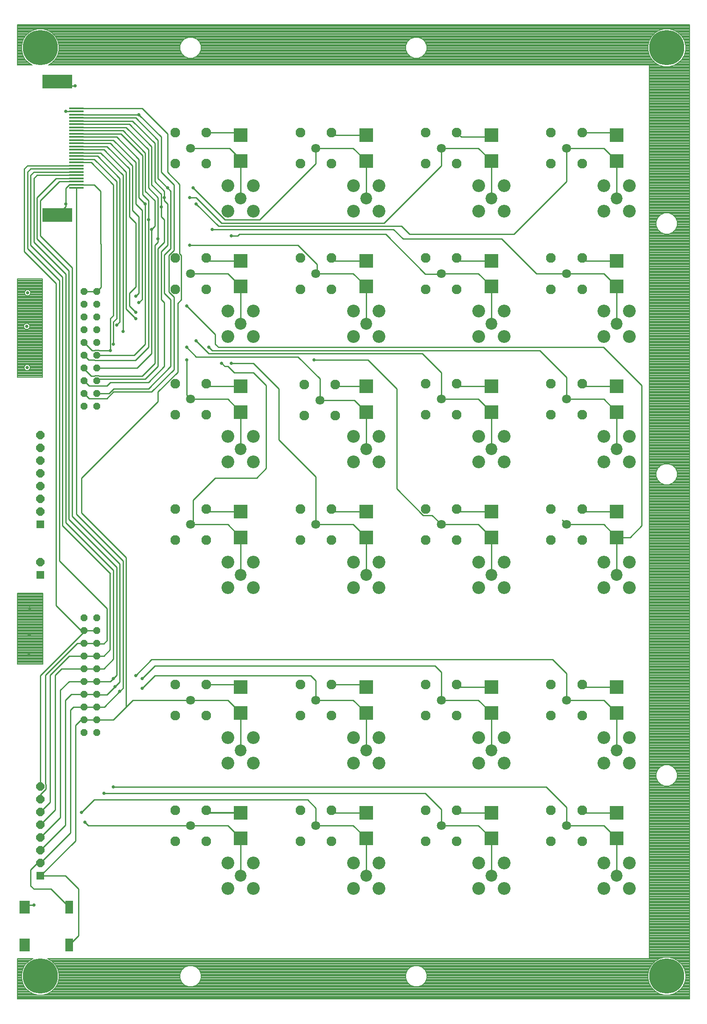
<source format=gbl>
G75*
%MOIN*%
%OFA0B0*%
%FSLAX25Y25*%
%IPPOS*%
%LPD*%
%AMOC8*
5,1,8,0,0,1.08239X$1,22.5*
%
%ADD10R,0.23622X0.11024*%
%ADD11R,0.11811X0.01319*%
%ADD12C,0.07087*%
%ADD13C,0.07677*%
%ADD14C,0.09300*%
%ADD15C,0.10050*%
%ADD16OC8,0.06496*%
%ADD17R,0.06496X0.06496*%
%ADD18OC8,0.05600*%
%ADD19R,0.10827X0.10669*%
%ADD20R,0.07874X0.09843*%
%ADD21R,0.05906X0.09843*%
%ADD22C,0.01000*%
%ADD23C,0.02578*%
%ADD24C,0.27559*%
%ADD25C,0.00787*%
D10*
X0054256Y0638114D03*
X0054256Y0742839D03*
D11*
X0069217Y0721726D03*
X0069217Y0719226D03*
X0069217Y0716726D03*
X0069217Y0714226D03*
X0069217Y0711726D03*
X0069217Y0709226D03*
X0069217Y0706726D03*
X0069217Y0704226D03*
X0069217Y0701726D03*
X0069217Y0699226D03*
X0069217Y0696726D03*
X0069217Y0694226D03*
X0069217Y0691726D03*
X0069217Y0689226D03*
X0069217Y0686726D03*
X0069217Y0684226D03*
X0069217Y0681726D03*
X0069217Y0679226D03*
X0069217Y0676726D03*
X0069217Y0674226D03*
X0069217Y0671726D03*
X0069217Y0669226D03*
X0069217Y0666726D03*
X0069217Y0664226D03*
X0069217Y0661726D03*
X0069217Y0659226D03*
D12*
X0158980Y0690476D03*
X0158980Y0592051D03*
X0158980Y0493626D03*
X0158980Y0395201D03*
X0257406Y0395201D03*
X0260555Y0492839D03*
X0257406Y0592051D03*
X0257406Y0690476D03*
X0355831Y0690476D03*
X0355831Y0592051D03*
X0355831Y0493626D03*
X0355831Y0395201D03*
X0454256Y0395201D03*
X0454256Y0493626D03*
X0454256Y0592051D03*
X0454256Y0690476D03*
X0454256Y0257406D03*
X0454256Y0158980D03*
X0355831Y0158980D03*
X0355831Y0257406D03*
X0257406Y0257406D03*
X0257406Y0158980D03*
X0158980Y0158980D03*
X0158980Y0257406D03*
D13*
X0146780Y0269606D03*
X0146780Y0245206D03*
X0171180Y0245206D03*
X0171180Y0269606D03*
X0171180Y0171180D03*
X0171180Y0146780D03*
X0146780Y0146780D03*
X0146780Y0171180D03*
X0245206Y0171180D03*
X0245206Y0146780D03*
X0269606Y0146780D03*
X0269606Y0171180D03*
X0269606Y0245206D03*
X0269606Y0269606D03*
X0245206Y0269606D03*
X0245206Y0245206D03*
X0343631Y0245206D03*
X0343631Y0269606D03*
X0368031Y0269606D03*
X0368031Y0245206D03*
X0368031Y0171180D03*
X0368031Y0146780D03*
X0343631Y0146780D03*
X0343631Y0171180D03*
X0442056Y0171180D03*
X0442056Y0146780D03*
X0466456Y0146780D03*
X0466456Y0171180D03*
X0466456Y0245206D03*
X0466456Y0269606D03*
X0442056Y0269606D03*
X0442056Y0245206D03*
X0442056Y0383001D03*
X0442056Y0407401D03*
X0466456Y0407401D03*
X0466456Y0383001D03*
X0466456Y0481426D03*
X0466456Y0505826D03*
X0442056Y0505826D03*
X0442056Y0481426D03*
X0442056Y0579851D03*
X0442056Y0604251D03*
X0466456Y0604251D03*
X0466456Y0579851D03*
X0466456Y0678276D03*
X0466456Y0702676D03*
X0442056Y0702676D03*
X0442056Y0678276D03*
X0368031Y0678276D03*
X0368031Y0702676D03*
X0343631Y0702676D03*
X0343631Y0678276D03*
X0343631Y0604251D03*
X0343631Y0579851D03*
X0368031Y0579851D03*
X0368031Y0604251D03*
X0368031Y0505826D03*
X0368031Y0481426D03*
X0343631Y0481426D03*
X0343631Y0505826D03*
X0272755Y0505039D03*
X0272755Y0480639D03*
X0248355Y0480639D03*
X0248355Y0505039D03*
X0245206Y0579851D03*
X0245206Y0604251D03*
X0269606Y0604251D03*
X0269606Y0579851D03*
X0269606Y0678276D03*
X0269606Y0702676D03*
X0245206Y0702676D03*
X0245206Y0678276D03*
X0171180Y0678276D03*
X0171180Y0702676D03*
X0146780Y0702676D03*
X0146780Y0678276D03*
X0146780Y0604251D03*
X0146780Y0579851D03*
X0171180Y0579851D03*
X0171180Y0604251D03*
X0171180Y0505826D03*
X0171180Y0481426D03*
X0146780Y0481426D03*
X0146780Y0505826D03*
X0146780Y0407401D03*
X0146780Y0383001D03*
X0171180Y0383001D03*
X0171180Y0407401D03*
X0245206Y0407401D03*
X0245206Y0383001D03*
X0269606Y0383001D03*
X0269606Y0407401D03*
X0343631Y0407401D03*
X0343631Y0383001D03*
X0368031Y0383001D03*
X0368031Y0407401D03*
D14*
X0395201Y0454256D03*
X0395201Y0552681D03*
X0395201Y0651106D03*
X0296776Y0651106D03*
X0296776Y0552681D03*
X0296776Y0454256D03*
X0296776Y0355831D03*
X0395201Y0355831D03*
X0395201Y0218035D03*
X0395201Y0119610D03*
X0296776Y0119610D03*
X0296776Y0218035D03*
X0198350Y0218035D03*
X0198350Y0119610D03*
X0198350Y0355831D03*
X0198350Y0454256D03*
X0198350Y0552681D03*
X0198350Y0651106D03*
X0493626Y0651106D03*
X0493626Y0552681D03*
X0493626Y0454256D03*
X0493626Y0355831D03*
X0493626Y0218035D03*
X0493626Y0119610D03*
D15*
X0503626Y0109610D03*
X0503626Y0129610D03*
X0483626Y0129610D03*
X0483626Y0109610D03*
X0483626Y0208035D03*
X0503626Y0208035D03*
X0503626Y0228035D03*
X0483626Y0228035D03*
X0405201Y0228035D03*
X0405201Y0208035D03*
X0385201Y0208035D03*
X0385201Y0228035D03*
X0385201Y0129610D03*
X0385201Y0109610D03*
X0405201Y0109610D03*
X0405201Y0129610D03*
X0306776Y0129610D03*
X0306776Y0109610D03*
X0286776Y0109610D03*
X0286776Y0129610D03*
X0286776Y0208035D03*
X0286776Y0228035D03*
X0306776Y0228035D03*
X0306776Y0208035D03*
X0208350Y0208035D03*
X0208350Y0228035D03*
X0188350Y0228035D03*
X0188350Y0208035D03*
X0188350Y0129610D03*
X0188350Y0109610D03*
X0208350Y0109610D03*
X0208350Y0129610D03*
X0208350Y0345831D03*
X0208350Y0365831D03*
X0188350Y0365831D03*
X0188350Y0345831D03*
X0188350Y0444256D03*
X0188350Y0464256D03*
X0208350Y0464256D03*
X0208350Y0444256D03*
X0208350Y0542681D03*
X0208350Y0562681D03*
X0188350Y0562681D03*
X0188350Y0542681D03*
X0188350Y0641106D03*
X0188350Y0661106D03*
X0208350Y0661106D03*
X0208350Y0641106D03*
X0286776Y0641106D03*
X0286776Y0661106D03*
X0306776Y0661106D03*
X0306776Y0641106D03*
X0306776Y0562681D03*
X0306776Y0542681D03*
X0286776Y0542681D03*
X0286776Y0562681D03*
X0286776Y0464256D03*
X0286776Y0444256D03*
X0306776Y0444256D03*
X0306776Y0464256D03*
X0306776Y0365831D03*
X0306776Y0345831D03*
X0286776Y0345831D03*
X0286776Y0365831D03*
X0385201Y0365831D03*
X0405201Y0365831D03*
X0405201Y0345831D03*
X0385201Y0345831D03*
X0385201Y0444256D03*
X0405201Y0444256D03*
X0405201Y0464256D03*
X0385201Y0464256D03*
X0385201Y0542681D03*
X0405201Y0542681D03*
X0405201Y0562681D03*
X0385201Y0562681D03*
X0385201Y0641106D03*
X0385201Y0661106D03*
X0405201Y0661106D03*
X0405201Y0641106D03*
X0483626Y0641106D03*
X0483626Y0661106D03*
X0503626Y0661106D03*
X0503626Y0641106D03*
X0503626Y0562681D03*
X0503626Y0542681D03*
X0483626Y0542681D03*
X0483626Y0562681D03*
X0483626Y0464256D03*
X0503626Y0464256D03*
X0503626Y0444256D03*
X0483626Y0444256D03*
X0483626Y0365831D03*
X0503626Y0365831D03*
X0503626Y0345831D03*
X0483626Y0345831D03*
D16*
X0040870Y0365831D03*
X0040870Y0405201D03*
X0040870Y0415201D03*
X0040870Y0425201D03*
X0040870Y0435201D03*
X0040870Y0445201D03*
X0040870Y0455201D03*
X0040870Y0465201D03*
X0040870Y0189610D03*
X0040870Y0179610D03*
X0040870Y0169610D03*
X0040870Y0159610D03*
X0040870Y0149610D03*
X0040870Y0139610D03*
X0040870Y0129610D03*
D17*
X0040870Y0119610D03*
X0040870Y0355831D03*
X0040870Y0395201D03*
D18*
X0075240Y0322091D03*
X0085240Y0322091D03*
X0085240Y0312091D03*
X0075240Y0312091D03*
X0075240Y0302091D03*
X0085240Y0302091D03*
X0085240Y0292091D03*
X0075240Y0292091D03*
X0075240Y0282091D03*
X0085240Y0282091D03*
X0085240Y0272091D03*
X0075240Y0272091D03*
X0075240Y0262091D03*
X0085240Y0262091D03*
X0085240Y0252091D03*
X0075240Y0252091D03*
X0075240Y0242091D03*
X0085240Y0242091D03*
X0085240Y0232091D03*
X0075240Y0232091D03*
X0075240Y0487996D03*
X0075240Y0497996D03*
X0075240Y0507996D03*
X0075240Y0517996D03*
X0085240Y0517996D03*
X0085240Y0507996D03*
X0085240Y0497996D03*
X0085240Y0487996D03*
X0085240Y0527996D03*
X0075240Y0527996D03*
X0075240Y0537996D03*
X0075240Y0547996D03*
X0075240Y0557996D03*
X0085240Y0557996D03*
X0085240Y0547996D03*
X0085240Y0537996D03*
X0085240Y0567996D03*
X0075240Y0567996D03*
X0075240Y0577996D03*
X0085240Y0577996D03*
D19*
X0198350Y0581933D03*
X0198350Y0602170D03*
X0198350Y0680358D03*
X0198350Y0700595D03*
X0296776Y0700595D03*
X0296776Y0680358D03*
X0296776Y0602170D03*
X0296776Y0581933D03*
X0296776Y0503744D03*
X0296776Y0483507D03*
X0296776Y0405319D03*
X0296776Y0385082D03*
X0296776Y0267524D03*
X0296776Y0247287D03*
X0296776Y0169099D03*
X0296776Y0148862D03*
X0395201Y0148862D03*
X0395201Y0169099D03*
X0395201Y0247287D03*
X0395201Y0267524D03*
X0395201Y0385082D03*
X0395201Y0405319D03*
X0395201Y0483507D03*
X0395201Y0503744D03*
X0395201Y0581933D03*
X0395201Y0602170D03*
X0395201Y0680358D03*
X0395201Y0700595D03*
X0493626Y0700595D03*
X0493626Y0680358D03*
X0493626Y0602170D03*
X0493626Y0581933D03*
X0493626Y0503744D03*
X0493626Y0483507D03*
X0493626Y0405319D03*
X0493626Y0385082D03*
X0493626Y0267524D03*
X0493626Y0247287D03*
X0493626Y0169099D03*
X0493626Y0148862D03*
X0198350Y0148862D03*
X0198350Y0169099D03*
X0198350Y0247287D03*
X0198350Y0267524D03*
X0198350Y0385082D03*
X0198350Y0405319D03*
X0198350Y0483507D03*
X0198350Y0503744D03*
D20*
X0028665Y0095004D03*
X0028665Y0065476D03*
D21*
X0063508Y0065476D03*
X0063508Y0095004D03*
D22*
X0049256Y0109256D01*
X0035850Y0109256D01*
X0033350Y0111756D01*
X0033350Y0124256D01*
X0038705Y0129610D01*
X0040870Y0129610D01*
X0064492Y0153232D01*
X0064492Y0249531D01*
X0067051Y0252091D01*
X0075240Y0252091D01*
X0085240Y0252091D01*
X0091185Y0252091D01*
X0103350Y0264256D01*
X0105850Y0266756D01*
X0105850Y0366756D01*
X0069217Y0403390D01*
X0069217Y0659226D01*
X0069217Y0661726D02*
X0083380Y0661726D01*
X0088350Y0656756D01*
X0088350Y0615491D01*
X0088630Y0615211D01*
X0088630Y0581386D01*
X0085240Y0577996D01*
X0075240Y0577996D01*
X0063350Y0594256D02*
X0063350Y0399256D01*
X0100850Y0361756D01*
X0100850Y0277091D01*
X0098183Y0274423D01*
X0095850Y0272091D01*
X0085240Y0272091D01*
X0075240Y0272091D01*
X0063429Y0272091D01*
X0056618Y0265280D01*
X0056618Y0165358D01*
X0040870Y0149610D01*
X0040870Y0139610D02*
X0060555Y0159295D01*
X0060555Y0257406D01*
X0065240Y0262091D01*
X0075240Y0262091D01*
X0085240Y0262091D01*
X0085575Y0261756D01*
X0093350Y0261756D01*
X0099600Y0268006D01*
X0103350Y0271756D01*
X0103350Y0364256D01*
X0065850Y0401756D01*
X0065850Y0596756D01*
X0040850Y0621756D01*
X0040850Y0649256D01*
X0055821Y0664226D01*
X0069217Y0664226D01*
X0069246Y0661756D02*
X0069217Y0661726D01*
X0063596Y0661726D01*
X0060850Y0658981D01*
X0060850Y0646756D01*
X0060850Y0644709D01*
X0054256Y0638114D01*
X0038350Y0651756D02*
X0038350Y0619256D01*
X0063350Y0594256D01*
X0060850Y0591756D02*
X0060850Y0396756D01*
X0098350Y0359256D01*
X0098350Y0289591D01*
X0090850Y0282091D01*
X0085240Y0282091D01*
X0075240Y0282091D01*
X0057681Y0282091D01*
X0052681Y0277091D01*
X0052681Y0171421D01*
X0040870Y0159610D01*
X0040870Y0169610D02*
X0048744Y0177484D01*
X0048744Y0277091D01*
X0063744Y0292091D01*
X0075240Y0292091D01*
X0085240Y0292091D01*
X0090850Y0292091D01*
X0095683Y0296923D01*
X0095683Y0356589D01*
X0095850Y0356756D01*
X0058350Y0394256D01*
X0058350Y0589256D01*
X0033350Y0614256D01*
X0033350Y0669256D01*
X0035850Y0671756D01*
X0069187Y0671756D01*
X0069217Y0671726D01*
X0069246Y0671756D01*
X0069217Y0674226D02*
X0035821Y0674226D01*
X0035791Y0674256D01*
X0033350Y0674256D01*
X0030850Y0671756D01*
X0030850Y0611756D01*
X0055850Y0586756D01*
X0055850Y0366756D01*
X0093350Y0329256D01*
X0093350Y0304256D01*
X0090850Y0301756D01*
X0085575Y0301756D01*
X0085240Y0302091D01*
X0075240Y0302091D01*
X0069807Y0302091D01*
X0044807Y0277091D01*
X0044807Y0191822D01*
X0045218Y0191411D01*
X0045218Y0187809D01*
X0040870Y0183461D01*
X0040870Y0179610D01*
X0040870Y0189610D02*
X0040870Y0276657D01*
X0074659Y0310447D01*
X0053350Y0331756D01*
X0053350Y0584256D01*
X0028350Y0609256D01*
X0028350Y0674256D01*
X0030850Y0676756D01*
X0038350Y0676756D01*
X0038380Y0676726D01*
X0069217Y0676726D01*
X0069217Y0679226D02*
X0069246Y0679256D01*
X0080850Y0679256D01*
X0098350Y0661756D01*
X0098350Y0559256D01*
X0095850Y0556756D01*
X0095850Y0531756D01*
X0086996Y0531756D01*
X0086856Y0531896D01*
X0083625Y0531896D01*
X0083485Y0531756D01*
X0081480Y0531756D01*
X0075240Y0537996D01*
X0075240Y0527996D02*
X0078980Y0524256D01*
X0083465Y0524256D01*
X0083625Y0524096D01*
X0115691Y0524096D01*
X0125850Y0534256D01*
X0125850Y0634256D01*
X0125850Y0649493D01*
X0121300Y0654043D01*
X0121300Y0684706D01*
X0104280Y0701726D01*
X0069217Y0701726D01*
X0069217Y0699226D02*
X0100850Y0699226D01*
X0118321Y0681756D01*
X0118321Y0651785D01*
X0123350Y0646756D01*
X0123350Y0536756D01*
X0114591Y0527996D01*
X0085240Y0527996D01*
X0085240Y0517996D02*
X0117091Y0517996D01*
X0128350Y0529256D01*
X0128350Y0626756D01*
X0130850Y0629256D01*
X0130850Y0649256D01*
X0123350Y0656756D01*
X0123350Y0686756D01*
X0105850Y0704256D01*
X0069246Y0704256D01*
X0069217Y0704226D01*
X0069217Y0706726D02*
X0108350Y0706726D01*
X0125821Y0689256D01*
X0125821Y0659285D01*
X0133350Y0651756D01*
X0133350Y0619256D01*
X0133350Y0616756D01*
X0130850Y0614256D01*
X0130850Y0521756D01*
X0120850Y0511756D01*
X0086996Y0511756D01*
X0086856Y0511896D01*
X0083625Y0511896D01*
X0083485Y0511756D01*
X0080850Y0511756D01*
X0075240Y0517366D01*
X0075240Y0517996D01*
X0075240Y0507996D02*
X0079140Y0504096D01*
X0093191Y0504096D01*
X0095850Y0506756D01*
X0125850Y0506756D01*
X0138350Y0519256D01*
X0138350Y0569256D01*
X0135850Y0571756D01*
X0135850Y0609256D01*
X0140850Y0614256D01*
X0140850Y0646756D01*
X0138350Y0649256D01*
X0138350Y0651756D01*
X0138350Y0656756D01*
X0130850Y0664256D01*
X0130850Y0694256D01*
X0113350Y0711756D01*
X0069246Y0711756D01*
X0069217Y0711726D01*
X0069217Y0709226D02*
X0110850Y0709226D01*
X0128321Y0691756D01*
X0128321Y0661785D01*
X0135850Y0654256D01*
X0135850Y0644256D01*
X0135850Y0636756D01*
X0138350Y0634256D01*
X0138350Y0616756D01*
X0133350Y0611756D01*
X0133350Y0519256D01*
X0123350Y0509256D01*
X0086500Y0509256D01*
X0085240Y0507996D01*
X0085240Y0497996D02*
X0094828Y0497996D01*
X0098588Y0501756D01*
X0125850Y0501756D01*
X0143350Y0519256D01*
X0143350Y0571756D01*
X0138350Y0576756D01*
X0138350Y0606756D01*
X0143350Y0611756D01*
X0143350Y0656756D01*
X0143321Y0656756D01*
X0140850Y0659226D01*
X0133321Y0666756D01*
X0133321Y0696756D01*
X0115850Y0714226D01*
X0069217Y0714226D01*
X0069217Y0716726D02*
X0069246Y0716756D01*
X0118350Y0716756D01*
X0135850Y0699256D01*
X0135850Y0671756D01*
X0145850Y0661756D01*
X0145850Y0610305D01*
X0141842Y0606297D01*
X0141842Y0577806D01*
X0145850Y0573797D01*
X0145850Y0516756D01*
X0128350Y0499256D01*
X0098350Y0499256D01*
X0093191Y0494096D01*
X0079140Y0494096D01*
X0075240Y0497996D01*
X0098350Y0536756D02*
X0098350Y0554256D01*
X0100821Y0556726D01*
X0100821Y0664256D01*
X0083350Y0681726D01*
X0069217Y0681726D01*
X0069217Y0684226D02*
X0069246Y0684256D01*
X0085850Y0684256D01*
X0103350Y0666756D01*
X0103350Y0554256D01*
X0100850Y0551756D01*
X0105821Y0549285D02*
X0105850Y0549256D01*
X0105850Y0546756D01*
X0105821Y0549285D02*
X0105821Y0669256D01*
X0088350Y0686726D01*
X0069217Y0686726D01*
X0069217Y0689226D02*
X0069246Y0689256D01*
X0090850Y0689256D01*
X0108350Y0671756D01*
X0108350Y0564256D01*
X0115850Y0556756D01*
X0115850Y0561756D02*
X0110850Y0566756D01*
X0110850Y0576756D01*
X0115850Y0581756D01*
X0115850Y0631756D01*
X0110850Y0636756D01*
X0110850Y0674256D01*
X0093350Y0691756D01*
X0069246Y0691756D01*
X0069217Y0691726D01*
X0069217Y0694226D02*
X0095850Y0694226D01*
X0113321Y0676756D01*
X0113321Y0641785D01*
X0118350Y0636756D01*
X0118350Y0576756D01*
X0115850Y0574256D01*
X0120850Y0571756D02*
X0118350Y0569256D01*
X0120850Y0571756D02*
X0120850Y0641756D01*
X0115850Y0646756D01*
X0115850Y0679256D01*
X0098350Y0696756D01*
X0069246Y0696756D01*
X0069217Y0696726D01*
X0069217Y0719226D02*
X0069217Y0719256D01*
X0060850Y0719256D01*
X0069217Y0721726D02*
X0120850Y0721726D01*
X0140821Y0701756D01*
X0140821Y0671756D01*
X0150400Y0662177D01*
X0150400Y0607616D01*
X0151719Y0606297D01*
X0151719Y0571756D01*
X0148785Y0568822D01*
X0148785Y0514815D01*
X0133288Y0499318D01*
X0133288Y0491694D01*
X0073350Y0431756D01*
X0073350Y0404256D01*
X0108350Y0369256D01*
X0108350Y0252091D01*
X0113665Y0257406D01*
X0158980Y0257406D01*
X0188232Y0257406D01*
X0198350Y0247287D01*
X0198350Y0218035D01*
X0171180Y0171180D02*
X0173262Y0169099D01*
X0198350Y0169099D01*
X0198193Y0169256D01*
X0168350Y0169256D01*
X0158980Y0158980D02*
X0078626Y0158980D01*
X0075850Y0161756D01*
X0073350Y0169256D02*
X0083350Y0179256D01*
X0250850Y0179256D01*
X0257406Y0172701D01*
X0257406Y0158980D01*
X0286657Y0158980D01*
X0296776Y0148862D01*
X0296776Y0119610D01*
X0296776Y0169099D02*
X0271687Y0169099D01*
X0269606Y0171180D01*
X0296776Y0218035D02*
X0296776Y0247287D01*
X0286657Y0257406D01*
X0257406Y0257406D01*
X0257406Y0272701D01*
X0253350Y0276756D01*
X0130850Y0276756D01*
X0120850Y0266756D01*
X0120850Y0274256D02*
X0130850Y0284256D01*
X0350850Y0284256D01*
X0355850Y0279256D01*
X0355831Y0279236D01*
X0355831Y0257406D01*
X0385082Y0257406D01*
X0395201Y0247287D01*
X0395201Y0218035D01*
X0368031Y0171180D02*
X0370112Y0169099D01*
X0395201Y0169099D01*
X0385082Y0158980D02*
X0395201Y0148862D01*
X0395201Y0119610D01*
X0385082Y0158980D02*
X0355831Y0158980D01*
X0355831Y0171776D01*
X0343350Y0184256D01*
X0090850Y0184256D01*
X0098350Y0189256D02*
X0438350Y0189256D01*
X0454256Y0173350D01*
X0454256Y0158980D01*
X0483507Y0158980D01*
X0493626Y0148862D01*
X0493626Y0119610D01*
X0493626Y0169099D02*
X0468537Y0169099D01*
X0466456Y0171180D01*
X0493626Y0218035D02*
X0493626Y0247287D01*
X0483507Y0257406D01*
X0454256Y0257406D01*
X0454256Y0278350D01*
X0443350Y0289256D01*
X0128350Y0289256D01*
X0115850Y0276756D01*
X0108350Y0252091D02*
X0098350Y0242091D01*
X0085240Y0242091D01*
X0075240Y0242091D01*
X0072799Y0242091D01*
X0068429Y0237720D01*
X0068429Y0147169D01*
X0040870Y0119610D01*
X0060496Y0119610D01*
X0070850Y0109256D01*
X0070850Y0072819D01*
X0063508Y0065476D01*
X0035850Y0096756D02*
X0030417Y0096756D01*
X0028665Y0095004D01*
X0158980Y0158980D02*
X0188232Y0158980D01*
X0198350Y0148862D01*
X0198350Y0119610D01*
X0198350Y0267524D02*
X0196269Y0269606D01*
X0171180Y0269606D01*
X0198350Y0355831D02*
X0198350Y0385082D01*
X0188232Y0395201D01*
X0158980Y0395201D01*
X0160850Y0397071D01*
X0160850Y0414256D01*
X0178350Y0431756D01*
X0210850Y0431756D01*
X0218350Y0439256D01*
X0218350Y0504256D01*
X0208350Y0514256D01*
X0193350Y0514256D01*
X0188350Y0519256D01*
X0185850Y0519256D01*
X0183350Y0521756D01*
X0173350Y0529256D02*
X0163350Y0539256D01*
X0155850Y0534256D02*
X0163350Y0526756D01*
X0243350Y0526756D01*
X0260555Y0509551D01*
X0260555Y0492839D01*
X0287444Y0492839D01*
X0296776Y0483507D01*
X0296776Y0454256D01*
X0320850Y0423197D02*
X0320850Y0501756D01*
X0298350Y0524256D01*
X0255850Y0524256D01*
X0272755Y0505039D02*
X0274049Y0503744D01*
X0296776Y0503744D01*
X0296776Y0552681D02*
X0296776Y0581933D01*
X0286657Y0592051D01*
X0258350Y0592051D01*
X0258350Y0599256D01*
X0243350Y0614256D01*
X0158350Y0614256D01*
X0171180Y0604251D02*
X0173262Y0602170D01*
X0198350Y0602170D01*
X0188232Y0592051D02*
X0198350Y0581933D01*
X0198350Y0552681D01*
X0178350Y0544256D02*
X0178350Y0536756D01*
X0180850Y0534256D01*
X0483350Y0534256D01*
X0513350Y0504256D01*
X0513350Y0394256D01*
X0504177Y0385082D01*
X0493626Y0385082D01*
X0493626Y0355831D01*
X0493626Y0385082D02*
X0483507Y0395201D01*
X0454256Y0395201D01*
X0450850Y0398606D01*
X0466456Y0407401D02*
X0468537Y0405319D01*
X0493626Y0405319D01*
X0493626Y0454256D02*
X0493626Y0483507D01*
X0483507Y0493626D01*
X0454256Y0493626D01*
X0454256Y0510850D01*
X0433350Y0531756D01*
X0175850Y0531756D01*
X0173350Y0534256D01*
X0173350Y0529256D02*
X0340850Y0529256D01*
X0355831Y0514276D01*
X0355831Y0493626D01*
X0385082Y0493626D01*
X0395201Y0483507D01*
X0395201Y0454256D01*
X0395201Y0405319D02*
X0370112Y0405319D01*
X0368031Y0407401D01*
X0355831Y0395201D02*
X0348569Y0402462D01*
X0341585Y0402462D01*
X0320850Y0423197D01*
X0296776Y0405319D02*
X0271687Y0405319D01*
X0269606Y0407401D01*
X0257406Y0395201D02*
X0257406Y0432701D01*
X0228350Y0461756D01*
X0228350Y0501756D01*
X0208350Y0521756D01*
X0190850Y0521756D01*
X0198350Y0503744D02*
X0173262Y0503744D01*
X0171180Y0505826D01*
X0158980Y0493626D02*
X0155850Y0496756D01*
X0155850Y0524256D01*
X0178350Y0544256D02*
X0155850Y0566756D01*
X0158980Y0592051D02*
X0188232Y0592051D01*
X0190850Y0621756D02*
X0195850Y0621756D01*
X0197100Y0623006D01*
X0312100Y0623006D01*
X0343350Y0591756D01*
X0355535Y0591756D01*
X0355831Y0592051D01*
X0385082Y0592051D01*
X0395201Y0581933D01*
X0395201Y0552681D01*
X0395201Y0503744D02*
X0370112Y0503744D01*
X0368031Y0505826D01*
X0430555Y0592051D02*
X0403350Y0619256D01*
X0325850Y0619256D01*
X0318350Y0626756D01*
X0175850Y0626756D01*
X0180850Y0629256D02*
X0324626Y0629256D01*
X0330850Y0623031D01*
X0413031Y0623031D01*
X0454256Y0664256D01*
X0454256Y0690476D01*
X0483507Y0690476D01*
X0493626Y0680358D01*
X0493626Y0651106D01*
X0493626Y0602170D02*
X0468537Y0602170D01*
X0466456Y0604251D01*
X0454256Y0592051D02*
X0430555Y0592051D01*
X0454256Y0592051D02*
X0483507Y0592051D01*
X0493626Y0581933D01*
X0493626Y0552681D01*
X0493626Y0503744D02*
X0468537Y0503744D01*
X0466456Y0505826D01*
X0395201Y0602170D02*
X0370112Y0602170D01*
X0368031Y0604251D01*
X0395201Y0651106D02*
X0395201Y0680358D01*
X0385082Y0690476D01*
X0355831Y0690476D01*
X0355831Y0676736D01*
X0310850Y0631756D01*
X0183350Y0631756D01*
X0163350Y0651756D01*
X0158350Y0651756D01*
X0163350Y0646756D02*
X0180850Y0629256D01*
X0185850Y0634256D02*
X0160850Y0659256D01*
X0158980Y0690476D02*
X0189630Y0690476D01*
X0198350Y0681756D01*
X0198350Y0680358D01*
X0198350Y0651106D01*
X0185850Y0634256D02*
X0213350Y0634256D01*
X0257406Y0678311D01*
X0257406Y0690476D01*
X0286657Y0690476D01*
X0296776Y0680358D01*
X0296776Y0651106D01*
X0296776Y0602170D02*
X0271687Y0602170D01*
X0269606Y0604251D01*
X0258350Y0592051D02*
X0257406Y0592051D01*
X0271687Y0700595D02*
X0269606Y0702676D01*
X0271687Y0700595D02*
X0274511Y0700595D01*
X0275850Y0700595D01*
X0296776Y0700595D01*
X0368031Y0702676D02*
X0371451Y0699256D01*
X0398350Y0699256D01*
X0398350Y0700595D01*
X0395201Y0700595D01*
X0466456Y0702676D02*
X0491544Y0702676D01*
X0493626Y0700595D01*
X0494787Y0701756D01*
X0495850Y0701756D01*
X0385082Y0395201D02*
X0355831Y0395201D01*
X0385082Y0395201D02*
X0395201Y0385082D01*
X0395201Y0355831D01*
X0395201Y0267524D02*
X0370112Y0267524D01*
X0368031Y0269606D01*
X0296776Y0267524D02*
X0294694Y0269606D01*
X0269606Y0269606D01*
X0296776Y0355831D02*
X0296776Y0385082D01*
X0286657Y0395201D01*
X0257406Y0395201D01*
X0198350Y0405319D02*
X0173262Y0405319D01*
X0171180Y0407401D01*
X0198350Y0454256D02*
X0198350Y0483507D01*
X0188232Y0493626D01*
X0158980Y0493626D01*
X0060850Y0591756D02*
X0035850Y0616756D01*
X0035850Y0660805D01*
X0035827Y0660828D01*
X0035827Y0666732D01*
X0038321Y0669226D01*
X0069217Y0669226D01*
X0069246Y0666756D02*
X0069217Y0666726D01*
X0053380Y0666726D01*
X0053350Y0666756D01*
X0038350Y0651756D01*
X0054256Y0739256D02*
X0054256Y0742839D01*
X0054256Y0739256D02*
X0068350Y0739256D01*
X0060850Y0739256D01*
X0171180Y0702676D02*
X0197430Y0702676D01*
X0197430Y0701515D01*
X0198350Y0700595D01*
X0197430Y0702676D02*
X0195850Y0704256D01*
X0195850Y0701756D01*
X0085240Y0312091D02*
X0076303Y0312091D01*
X0074659Y0310447D01*
X0075240Y0312091D02*
X0076303Y0312091D01*
X0466456Y0269606D02*
X0468537Y0267524D01*
X0493626Y0267524D01*
D23*
X0255850Y0524256D03*
X0190850Y0521756D03*
X0183350Y0521756D03*
X0173350Y0534256D03*
X0163350Y0539256D03*
X0155850Y0534256D03*
X0155850Y0524256D03*
X0155850Y0566756D03*
X0158350Y0614256D03*
X0175850Y0626756D03*
X0163350Y0646756D03*
X0158350Y0651756D03*
X0160850Y0659256D03*
X0140850Y0659226D03*
X0138350Y0651756D03*
X0135850Y0644256D03*
X0123350Y0646756D03*
X0125850Y0634256D03*
X0128350Y0626756D03*
X0133350Y0619256D03*
X0115850Y0574256D03*
X0118350Y0569256D03*
X0115850Y0561756D03*
X0115850Y0556756D03*
X0105850Y0546756D03*
X0100850Y0551756D03*
X0098350Y0536756D03*
X0095850Y0531756D03*
X0030634Y0518429D03*
X0030240Y0550713D03*
X0031028Y0577091D03*
X0060850Y0646756D03*
X0060850Y0719256D03*
X0068350Y0739256D03*
X0118350Y0716756D03*
X0190850Y0621756D03*
X0032602Y0329453D03*
X0032209Y0308193D03*
X0031815Y0292839D03*
X0098183Y0274423D03*
X0099600Y0268006D03*
X0103350Y0264256D03*
X0115850Y0276756D03*
X0120850Y0274256D03*
X0120850Y0266756D03*
X0098350Y0189256D03*
X0090850Y0184256D03*
X0073350Y0169256D03*
X0075850Y0161756D03*
X0035850Y0096756D03*
D24*
X0040870Y0040870D03*
X0532996Y0040870D03*
X0532996Y0769217D03*
X0040870Y0769217D03*
D25*
X0022879Y0054650D02*
X0022879Y0022879D01*
X0550987Y0022879D01*
X0550987Y0787208D01*
X0022879Y0787208D01*
X0022879Y0755831D01*
X0034509Y0755831D01*
X0031799Y0757395D01*
X0029049Y0760146D01*
X0027104Y0763514D01*
X0026097Y0767272D01*
X0026097Y0771161D01*
X0027104Y0774919D01*
X0029049Y0778287D01*
X0031799Y0781038D01*
X0035168Y0782983D01*
X0038925Y0783990D01*
X0042815Y0783990D01*
X0046572Y0782983D01*
X0049941Y0781038D01*
X0052692Y0778287D01*
X0054637Y0774919D01*
X0055643Y0771161D01*
X0055643Y0767272D01*
X0054637Y0763514D01*
X0052692Y0760146D01*
X0049941Y0757395D01*
X0047232Y0755831D01*
X0519217Y0755831D01*
X0519217Y0054650D01*
X0046524Y0054650D01*
X0046572Y0054637D01*
X0049941Y0052692D01*
X0052692Y0049941D01*
X0054637Y0046572D01*
X0055643Y0042815D01*
X0055643Y0038925D01*
X0054637Y0035168D01*
X0052692Y0031799D01*
X0049941Y0029049D01*
X0046572Y0027104D01*
X0042815Y0026097D01*
X0038925Y0026097D01*
X0035168Y0027104D01*
X0031799Y0029049D01*
X0029049Y0031799D01*
X0027104Y0035168D01*
X0026097Y0038925D01*
X0026097Y0042815D01*
X0027104Y0046572D01*
X0029049Y0049941D01*
X0031799Y0052692D01*
X0035168Y0054637D01*
X0035217Y0054650D01*
X0022879Y0054650D01*
X0022879Y0054226D02*
X0034457Y0054226D01*
X0033096Y0053440D02*
X0022879Y0053440D01*
X0022879Y0052654D02*
X0031762Y0052654D01*
X0030976Y0051869D02*
X0022879Y0051869D01*
X0022879Y0051083D02*
X0030190Y0051083D01*
X0029404Y0050297D02*
X0022879Y0050297D01*
X0022879Y0049511D02*
X0028800Y0049511D01*
X0028346Y0048725D02*
X0022879Y0048725D01*
X0022879Y0047939D02*
X0027893Y0047939D01*
X0027439Y0047153D02*
X0022879Y0047153D01*
X0022879Y0046367D02*
X0027049Y0046367D01*
X0026838Y0045581D02*
X0022879Y0045581D01*
X0022879Y0044795D02*
X0026627Y0044795D01*
X0026417Y0044009D02*
X0022879Y0044009D01*
X0022879Y0043223D02*
X0026206Y0043223D01*
X0026097Y0042438D02*
X0022879Y0042438D01*
X0022879Y0041652D02*
X0026097Y0041652D01*
X0026097Y0040866D02*
X0022879Y0040866D01*
X0022879Y0040080D02*
X0026097Y0040080D01*
X0026097Y0039294D02*
X0022879Y0039294D01*
X0022879Y0038508D02*
X0026209Y0038508D01*
X0026419Y0037722D02*
X0022879Y0037722D01*
X0022879Y0036936D02*
X0026630Y0036936D01*
X0026840Y0036150D02*
X0022879Y0036150D01*
X0022879Y0035364D02*
X0027051Y0035364D01*
X0027444Y0034578D02*
X0022879Y0034578D01*
X0022879Y0033793D02*
X0027898Y0033793D01*
X0028351Y0033007D02*
X0022879Y0033007D01*
X0022879Y0032221D02*
X0028805Y0032221D01*
X0029413Y0031435D02*
X0022879Y0031435D01*
X0022879Y0030649D02*
X0030199Y0030649D01*
X0030985Y0029863D02*
X0022879Y0029863D01*
X0022879Y0029077D02*
X0031771Y0029077D01*
X0033111Y0028291D02*
X0022879Y0028291D01*
X0022879Y0027505D02*
X0034472Y0027505D01*
X0036602Y0026719D02*
X0022879Y0026719D01*
X0022879Y0025933D02*
X0550987Y0025933D01*
X0550987Y0025147D02*
X0022879Y0025147D01*
X0022879Y0024362D02*
X0550987Y0024362D01*
X0550987Y0023576D02*
X0022879Y0023576D01*
X0045138Y0026719D02*
X0528728Y0026719D01*
X0527294Y0027104D02*
X0531051Y0026097D01*
X0534941Y0026097D01*
X0538698Y0027104D01*
X0542067Y0029049D01*
X0544818Y0031799D01*
X0546763Y0035168D01*
X0547769Y0038925D01*
X0547769Y0042815D01*
X0546763Y0046572D01*
X0544818Y0049941D01*
X0542067Y0052692D01*
X0538698Y0054637D01*
X0534941Y0055643D01*
X0531051Y0055643D01*
X0527294Y0054637D01*
X0523925Y0052692D01*
X0521175Y0049941D01*
X0519230Y0046572D01*
X0518223Y0042815D01*
X0518223Y0038925D01*
X0519230Y0035168D01*
X0521175Y0031799D01*
X0523925Y0029049D01*
X0527294Y0027104D01*
X0526598Y0027505D02*
X0047268Y0027505D01*
X0048629Y0028291D02*
X0525237Y0028291D01*
X0523897Y0029077D02*
X0049970Y0029077D01*
X0050755Y0029863D02*
X0523111Y0029863D01*
X0522325Y0030649D02*
X0051541Y0030649D01*
X0052327Y0031435D02*
X0521539Y0031435D01*
X0520931Y0032221D02*
X0052935Y0032221D01*
X0053389Y0033007D02*
X0156319Y0033007D01*
X0157333Y0032587D02*
X0160628Y0032587D01*
X0163673Y0033848D01*
X0166003Y0036178D01*
X0167264Y0039222D01*
X0167264Y0042518D01*
X0166003Y0045562D01*
X0163673Y0047892D01*
X0160628Y0049154D01*
X0157333Y0049154D01*
X0154288Y0047892D01*
X0151958Y0045562D01*
X0150697Y0042518D01*
X0150697Y0039222D01*
X0151958Y0036178D01*
X0154288Y0033848D01*
X0157333Y0032587D01*
X0154421Y0033793D02*
X0053842Y0033793D01*
X0054296Y0034578D02*
X0153557Y0034578D01*
X0152771Y0035364D02*
X0054689Y0035364D01*
X0054900Y0036150D02*
X0151986Y0036150D01*
X0151644Y0036936D02*
X0055110Y0036936D01*
X0055321Y0037722D02*
X0151318Y0037722D01*
X0150993Y0038508D02*
X0055532Y0038508D01*
X0055643Y0039294D02*
X0150697Y0039294D01*
X0150697Y0040080D02*
X0055643Y0040080D01*
X0055643Y0040866D02*
X0150697Y0040866D01*
X0150697Y0041652D02*
X0055643Y0041652D01*
X0055643Y0042438D02*
X0150697Y0042438D01*
X0150989Y0043223D02*
X0055534Y0043223D01*
X0055323Y0044009D02*
X0151315Y0044009D01*
X0151640Y0044795D02*
X0055113Y0044795D01*
X0054902Y0045581D02*
X0151977Y0045581D01*
X0152763Y0046367D02*
X0054692Y0046367D01*
X0054301Y0047153D02*
X0153549Y0047153D01*
X0154400Y0047939D02*
X0053848Y0047939D01*
X0053394Y0048725D02*
X0156298Y0048725D01*
X0161663Y0048725D02*
X0333463Y0048725D01*
X0334498Y0049154D02*
X0331453Y0047892D01*
X0329123Y0045562D01*
X0327862Y0042518D01*
X0327862Y0039222D01*
X0329123Y0036178D01*
X0331453Y0033848D01*
X0334498Y0032587D01*
X0337793Y0032587D01*
X0340838Y0033848D01*
X0343168Y0036178D01*
X0344429Y0039222D01*
X0344429Y0042518D01*
X0343168Y0045562D01*
X0340838Y0047892D01*
X0337793Y0049154D01*
X0334498Y0049154D01*
X0331566Y0047939D02*
X0163560Y0047939D01*
X0164412Y0047153D02*
X0330714Y0047153D01*
X0329928Y0046367D02*
X0165198Y0046367D01*
X0165984Y0045581D02*
X0329142Y0045581D01*
X0328806Y0044795D02*
X0166320Y0044795D01*
X0166646Y0044009D02*
X0328480Y0044009D01*
X0328155Y0043223D02*
X0166971Y0043223D01*
X0167264Y0042438D02*
X0327862Y0042438D01*
X0327862Y0041652D02*
X0167264Y0041652D01*
X0167264Y0040866D02*
X0327862Y0040866D01*
X0327862Y0040080D02*
X0167264Y0040080D01*
X0167264Y0039294D02*
X0327862Y0039294D01*
X0328158Y0038508D02*
X0166968Y0038508D01*
X0166642Y0037722D02*
X0328484Y0037722D01*
X0328809Y0036936D02*
X0166317Y0036936D01*
X0165975Y0036150D02*
X0329151Y0036150D01*
X0329937Y0035364D02*
X0165189Y0035364D01*
X0164403Y0034578D02*
X0330723Y0034578D01*
X0331587Y0033793D02*
X0163539Y0033793D01*
X0161642Y0033007D02*
X0333484Y0033007D01*
X0338807Y0033007D02*
X0520477Y0033007D01*
X0520024Y0033793D02*
X0340705Y0033793D01*
X0341569Y0034578D02*
X0519570Y0034578D01*
X0519177Y0035364D02*
X0342355Y0035364D01*
X0343140Y0036150D02*
X0518966Y0036150D01*
X0518756Y0036936D02*
X0343482Y0036936D01*
X0343808Y0037722D02*
X0518545Y0037722D01*
X0518335Y0038508D02*
X0344133Y0038508D01*
X0344429Y0039294D02*
X0518223Y0039294D01*
X0518223Y0040080D02*
X0344429Y0040080D01*
X0344429Y0040866D02*
X0518223Y0040866D01*
X0518223Y0041652D02*
X0344429Y0041652D01*
X0344429Y0042438D02*
X0518223Y0042438D01*
X0518332Y0043223D02*
X0344137Y0043223D01*
X0343811Y0044009D02*
X0518543Y0044009D01*
X0518753Y0044795D02*
X0343486Y0044795D01*
X0343149Y0045581D02*
X0518964Y0045581D01*
X0519175Y0046367D02*
X0342363Y0046367D01*
X0341577Y0047153D02*
X0519565Y0047153D01*
X0520019Y0047939D02*
X0340726Y0047939D01*
X0338828Y0048725D02*
X0520472Y0048725D01*
X0520926Y0049511D02*
X0052940Y0049511D01*
X0052336Y0050297D02*
X0521530Y0050297D01*
X0522316Y0051083D02*
X0051550Y0051083D01*
X0050764Y0051869D02*
X0523102Y0051869D01*
X0523888Y0052654D02*
X0049978Y0052654D01*
X0048644Y0053440D02*
X0525222Y0053440D01*
X0526583Y0054226D02*
X0047283Y0054226D01*
X0042839Y0285752D02*
X0022879Y0285752D01*
X0022879Y0341264D01*
X0042839Y0341264D01*
X0042839Y0285752D01*
X0042839Y0286071D02*
X0022879Y0286071D01*
X0022879Y0286856D02*
X0042839Y0286856D01*
X0042839Y0287642D02*
X0022879Y0287642D01*
X0022879Y0288428D02*
X0042839Y0288428D01*
X0042839Y0289214D02*
X0022879Y0289214D01*
X0022879Y0290000D02*
X0042839Y0290000D01*
X0042839Y0290786D02*
X0022879Y0290786D01*
X0022879Y0291572D02*
X0042839Y0291572D01*
X0042839Y0292358D02*
X0022879Y0292358D01*
X0022879Y0293144D02*
X0042839Y0293144D01*
X0042839Y0293930D02*
X0022879Y0293930D01*
X0022879Y0294716D02*
X0042839Y0294716D01*
X0042839Y0295502D02*
X0022879Y0295502D01*
X0022879Y0296287D02*
X0042839Y0296287D01*
X0042839Y0297073D02*
X0022879Y0297073D01*
X0022879Y0297859D02*
X0042839Y0297859D01*
X0042839Y0298645D02*
X0022879Y0298645D01*
X0022879Y0299431D02*
X0042839Y0299431D01*
X0042839Y0300217D02*
X0022879Y0300217D01*
X0022879Y0301003D02*
X0042839Y0301003D01*
X0042839Y0301789D02*
X0022879Y0301789D01*
X0022879Y0302575D02*
X0042839Y0302575D01*
X0042839Y0303361D02*
X0022879Y0303361D01*
X0022879Y0304147D02*
X0042839Y0304147D01*
X0042839Y0304932D02*
X0022879Y0304932D01*
X0022879Y0305718D02*
X0042839Y0305718D01*
X0042839Y0306504D02*
X0022879Y0306504D01*
X0022879Y0307290D02*
X0042839Y0307290D01*
X0042839Y0308076D02*
X0022879Y0308076D01*
X0022879Y0308862D02*
X0042839Y0308862D01*
X0042839Y0309648D02*
X0022879Y0309648D01*
X0022879Y0310434D02*
X0042839Y0310434D01*
X0042839Y0311220D02*
X0022879Y0311220D01*
X0022879Y0312006D02*
X0042839Y0312006D01*
X0042839Y0312792D02*
X0022879Y0312792D01*
X0022879Y0313577D02*
X0042839Y0313577D01*
X0042839Y0314363D02*
X0022879Y0314363D01*
X0022879Y0315149D02*
X0042839Y0315149D01*
X0042839Y0315935D02*
X0022879Y0315935D01*
X0022879Y0316721D02*
X0042839Y0316721D01*
X0042839Y0317507D02*
X0022879Y0317507D01*
X0022879Y0318293D02*
X0042839Y0318293D01*
X0042839Y0319079D02*
X0022879Y0319079D01*
X0022879Y0319865D02*
X0042839Y0319865D01*
X0042839Y0320651D02*
X0022879Y0320651D01*
X0022879Y0321437D02*
X0042839Y0321437D01*
X0042839Y0322223D02*
X0022879Y0322223D01*
X0022879Y0323008D02*
X0042839Y0323008D01*
X0042839Y0323794D02*
X0022879Y0323794D01*
X0022879Y0324580D02*
X0042839Y0324580D01*
X0042839Y0325366D02*
X0022879Y0325366D01*
X0022879Y0326152D02*
X0042839Y0326152D01*
X0042839Y0326938D02*
X0022879Y0326938D01*
X0022879Y0327724D02*
X0042839Y0327724D01*
X0042839Y0328510D02*
X0022879Y0328510D01*
X0022879Y0329296D02*
X0042839Y0329296D01*
X0042839Y0330082D02*
X0022879Y0330082D01*
X0022879Y0330868D02*
X0042839Y0330868D01*
X0042839Y0331653D02*
X0022879Y0331653D01*
X0022879Y0332439D02*
X0042839Y0332439D01*
X0042839Y0333225D02*
X0022879Y0333225D01*
X0022879Y0334011D02*
X0042839Y0334011D01*
X0042839Y0334797D02*
X0022879Y0334797D01*
X0022879Y0335583D02*
X0042839Y0335583D01*
X0042839Y0336369D02*
X0022879Y0336369D01*
X0022879Y0337155D02*
X0042839Y0337155D01*
X0042839Y0337941D02*
X0022879Y0337941D01*
X0022879Y0338727D02*
X0042839Y0338727D01*
X0042839Y0339513D02*
X0022879Y0339513D01*
X0022879Y0340299D02*
X0042839Y0340299D01*
X0042839Y0341084D02*
X0022879Y0341084D01*
X0022879Y0510555D02*
X0022879Y0588114D01*
X0042445Y0588114D01*
X0042445Y0510555D01*
X0022879Y0510555D01*
X0022879Y0510842D02*
X0042445Y0510842D01*
X0042445Y0511628D02*
X0022879Y0511628D01*
X0022879Y0512413D02*
X0042445Y0512413D01*
X0042445Y0513199D02*
X0022879Y0513199D01*
X0022879Y0513985D02*
X0042445Y0513985D01*
X0042445Y0514771D02*
X0022879Y0514771D01*
X0022879Y0515557D02*
X0042445Y0515557D01*
X0042445Y0516343D02*
X0031776Y0516343D01*
X0031579Y0516146D02*
X0032917Y0517484D01*
X0032917Y0519375D01*
X0031579Y0520712D01*
X0029688Y0520712D01*
X0028351Y0519375D01*
X0028351Y0517484D01*
X0029688Y0516146D01*
X0031579Y0516146D01*
X0032562Y0517129D02*
X0042445Y0517129D01*
X0042445Y0517915D02*
X0032917Y0517915D01*
X0032917Y0518701D02*
X0042445Y0518701D01*
X0042445Y0519487D02*
X0032804Y0519487D01*
X0032019Y0520273D02*
X0042445Y0520273D01*
X0042445Y0521059D02*
X0022879Y0521059D01*
X0022879Y0521844D02*
X0042445Y0521844D01*
X0042445Y0522630D02*
X0022879Y0522630D01*
X0022879Y0523416D02*
X0042445Y0523416D01*
X0042445Y0524202D02*
X0022879Y0524202D01*
X0022879Y0524988D02*
X0042445Y0524988D01*
X0042445Y0525774D02*
X0022879Y0525774D01*
X0022879Y0526560D02*
X0042445Y0526560D01*
X0042445Y0527346D02*
X0022879Y0527346D01*
X0022879Y0528132D02*
X0042445Y0528132D01*
X0042445Y0528918D02*
X0022879Y0528918D01*
X0022879Y0529704D02*
X0042445Y0529704D01*
X0042445Y0530489D02*
X0022879Y0530489D01*
X0022879Y0531275D02*
X0042445Y0531275D01*
X0042445Y0532061D02*
X0022879Y0532061D01*
X0022879Y0532847D02*
X0042445Y0532847D01*
X0042445Y0533633D02*
X0022879Y0533633D01*
X0022879Y0534419D02*
X0042445Y0534419D01*
X0042445Y0535205D02*
X0022879Y0535205D01*
X0022879Y0535991D02*
X0042445Y0535991D01*
X0042445Y0536777D02*
X0022879Y0536777D01*
X0022879Y0537563D02*
X0042445Y0537563D01*
X0042445Y0538349D02*
X0022879Y0538349D01*
X0022879Y0539134D02*
X0042445Y0539134D01*
X0042445Y0539920D02*
X0022879Y0539920D01*
X0022879Y0540706D02*
X0042445Y0540706D01*
X0042445Y0541492D02*
X0022879Y0541492D01*
X0022879Y0542278D02*
X0042445Y0542278D01*
X0042445Y0543064D02*
X0022879Y0543064D01*
X0022879Y0543850D02*
X0042445Y0543850D01*
X0042445Y0544636D02*
X0022879Y0544636D01*
X0022879Y0545422D02*
X0042445Y0545422D01*
X0042445Y0546208D02*
X0022879Y0546208D01*
X0022879Y0546994D02*
X0042445Y0546994D01*
X0042445Y0547780D02*
X0022879Y0547780D01*
X0022879Y0548565D02*
X0029159Y0548565D01*
X0029295Y0548430D02*
X0031186Y0548430D01*
X0032523Y0549767D01*
X0032523Y0551658D01*
X0031186Y0552995D01*
X0029295Y0552995D01*
X0027957Y0551658D01*
X0027957Y0549767D01*
X0029295Y0548430D01*
X0028373Y0549351D02*
X0022879Y0549351D01*
X0022879Y0550137D02*
X0027957Y0550137D01*
X0027957Y0550923D02*
X0022879Y0550923D01*
X0022879Y0551709D02*
X0028008Y0551709D01*
X0028794Y0552495D02*
X0022879Y0552495D01*
X0022879Y0553281D02*
X0042445Y0553281D01*
X0042445Y0554067D02*
X0022879Y0554067D01*
X0022879Y0554853D02*
X0042445Y0554853D01*
X0042445Y0555639D02*
X0022879Y0555639D01*
X0022879Y0556425D02*
X0042445Y0556425D01*
X0042445Y0557210D02*
X0022879Y0557210D01*
X0022879Y0557996D02*
X0042445Y0557996D01*
X0042445Y0558782D02*
X0022879Y0558782D01*
X0022879Y0559568D02*
X0042445Y0559568D01*
X0042445Y0560354D02*
X0022879Y0560354D01*
X0022879Y0561140D02*
X0042445Y0561140D01*
X0042445Y0561926D02*
X0022879Y0561926D01*
X0022879Y0562712D02*
X0042445Y0562712D01*
X0042445Y0563498D02*
X0022879Y0563498D01*
X0022879Y0564284D02*
X0042445Y0564284D01*
X0042445Y0565070D02*
X0022879Y0565070D01*
X0022879Y0565856D02*
X0042445Y0565856D01*
X0042445Y0566641D02*
X0022879Y0566641D01*
X0022879Y0567427D02*
X0042445Y0567427D01*
X0042445Y0568213D02*
X0022879Y0568213D01*
X0022879Y0568999D02*
X0042445Y0568999D01*
X0042445Y0569785D02*
X0022879Y0569785D01*
X0022879Y0570571D02*
X0042445Y0570571D01*
X0042445Y0571357D02*
X0022879Y0571357D01*
X0022879Y0572143D02*
X0042445Y0572143D01*
X0042445Y0572929D02*
X0022879Y0572929D01*
X0022879Y0573715D02*
X0042445Y0573715D01*
X0042445Y0574501D02*
X0022879Y0574501D01*
X0022879Y0575286D02*
X0029603Y0575286D01*
X0030082Y0574808D02*
X0028745Y0576145D01*
X0028745Y0578036D01*
X0030082Y0579373D01*
X0031973Y0579373D01*
X0033310Y0578036D01*
X0033310Y0576145D01*
X0031973Y0574808D01*
X0030082Y0574808D01*
X0028818Y0576072D02*
X0022879Y0576072D01*
X0022879Y0576858D02*
X0028745Y0576858D01*
X0028745Y0577644D02*
X0022879Y0577644D01*
X0022879Y0578430D02*
X0029139Y0578430D01*
X0029925Y0579216D02*
X0022879Y0579216D01*
X0022879Y0580002D02*
X0042445Y0580002D01*
X0042445Y0580788D02*
X0022879Y0580788D01*
X0022879Y0581574D02*
X0042445Y0581574D01*
X0042445Y0582360D02*
X0022879Y0582360D01*
X0022879Y0583146D02*
X0042445Y0583146D01*
X0042445Y0583932D02*
X0022879Y0583932D01*
X0022879Y0584717D02*
X0042445Y0584717D01*
X0042445Y0585503D02*
X0022879Y0585503D01*
X0022879Y0586289D02*
X0042445Y0586289D01*
X0042445Y0587075D02*
X0022879Y0587075D01*
X0022879Y0587861D02*
X0042445Y0587861D01*
X0042445Y0579216D02*
X0032130Y0579216D01*
X0032916Y0578430D02*
X0042445Y0578430D01*
X0042445Y0577644D02*
X0033310Y0577644D01*
X0033310Y0576858D02*
X0042445Y0576858D01*
X0042445Y0576072D02*
X0033238Y0576072D01*
X0032452Y0575286D02*
X0042445Y0575286D01*
X0042445Y0552495D02*
X0031686Y0552495D01*
X0032472Y0551709D02*
X0042445Y0551709D01*
X0042445Y0550923D02*
X0032523Y0550923D01*
X0032523Y0550137D02*
X0042445Y0550137D01*
X0042445Y0549351D02*
X0032107Y0549351D01*
X0031321Y0548565D02*
X0042445Y0548565D01*
X0029249Y0520273D02*
X0022879Y0520273D01*
X0022879Y0519487D02*
X0028463Y0519487D01*
X0028351Y0518701D02*
X0022879Y0518701D01*
X0022879Y0517915D02*
X0028351Y0517915D01*
X0028706Y0517129D02*
X0022879Y0517129D01*
X0022879Y0516343D02*
X0029492Y0516343D01*
X0034135Y0756046D02*
X0022879Y0756046D01*
X0022879Y0756832D02*
X0032774Y0756832D01*
X0031576Y0757618D02*
X0022879Y0757618D01*
X0022879Y0758404D02*
X0030790Y0758404D01*
X0030004Y0759190D02*
X0022879Y0759190D01*
X0022879Y0759976D02*
X0029218Y0759976D01*
X0028693Y0760762D02*
X0022879Y0760762D01*
X0022879Y0761548D02*
X0028239Y0761548D01*
X0027785Y0762334D02*
X0022879Y0762334D01*
X0022879Y0763120D02*
X0027331Y0763120D01*
X0026999Y0763906D02*
X0022879Y0763906D01*
X0022879Y0764691D02*
X0026788Y0764691D01*
X0026578Y0765477D02*
X0022879Y0765477D01*
X0022879Y0766263D02*
X0026367Y0766263D01*
X0026156Y0767049D02*
X0022879Y0767049D01*
X0022879Y0767835D02*
X0026097Y0767835D01*
X0026097Y0768621D02*
X0022879Y0768621D01*
X0022879Y0769407D02*
X0026097Y0769407D01*
X0026097Y0770193D02*
X0022879Y0770193D01*
X0022879Y0770979D02*
X0026097Y0770979D01*
X0026259Y0771765D02*
X0022879Y0771765D01*
X0022879Y0772551D02*
X0026469Y0772551D01*
X0026680Y0773337D02*
X0022879Y0773337D01*
X0022879Y0774122D02*
X0026890Y0774122D01*
X0027101Y0774908D02*
X0022879Y0774908D01*
X0022879Y0775694D02*
X0027551Y0775694D01*
X0028005Y0776480D02*
X0022879Y0776480D01*
X0022879Y0777266D02*
X0028459Y0777266D01*
X0028913Y0778052D02*
X0022879Y0778052D01*
X0022879Y0778838D02*
X0029599Y0778838D01*
X0030385Y0779624D02*
X0022879Y0779624D01*
X0022879Y0780410D02*
X0031171Y0780410D01*
X0032072Y0781196D02*
X0022879Y0781196D01*
X0022879Y0781982D02*
X0033433Y0781982D01*
X0034795Y0782767D02*
X0022879Y0782767D01*
X0022879Y0783553D02*
X0037297Y0783553D01*
X0044443Y0783553D02*
X0529423Y0783553D01*
X0531051Y0783990D02*
X0527294Y0782983D01*
X0523925Y0781038D01*
X0521175Y0778287D01*
X0519230Y0774919D01*
X0518223Y0771161D01*
X0518223Y0767272D01*
X0519230Y0763514D01*
X0521175Y0760146D01*
X0523925Y0757395D01*
X0527294Y0755450D01*
X0531051Y0754443D01*
X0534941Y0754443D01*
X0538698Y0755450D01*
X0542067Y0757395D01*
X0544818Y0760146D01*
X0546763Y0763514D01*
X0547769Y0767272D01*
X0547769Y0771161D01*
X0546763Y0774919D01*
X0544818Y0778287D01*
X0542067Y0781038D01*
X0538698Y0782983D01*
X0534941Y0783990D01*
X0531051Y0783990D01*
X0526921Y0782767D02*
X0046946Y0782767D01*
X0048307Y0781982D02*
X0525559Y0781982D01*
X0524198Y0781196D02*
X0049668Y0781196D01*
X0050569Y0780410D02*
X0523297Y0780410D01*
X0522511Y0779624D02*
X0051355Y0779624D01*
X0052141Y0778838D02*
X0521725Y0778838D01*
X0521039Y0778052D02*
X0052828Y0778052D01*
X0053281Y0777266D02*
X0156768Y0777266D01*
X0157333Y0777500D02*
X0154288Y0776239D01*
X0151958Y0773909D01*
X0150697Y0770864D01*
X0150697Y0767569D01*
X0151958Y0764524D01*
X0154288Y0762194D01*
X0157333Y0760933D01*
X0160628Y0760933D01*
X0163673Y0762194D01*
X0166003Y0764524D01*
X0167264Y0767569D01*
X0167264Y0770864D01*
X0166003Y0773909D01*
X0163673Y0776239D01*
X0160628Y0777500D01*
X0157333Y0777500D01*
X0154871Y0776480D02*
X0053735Y0776480D01*
X0054189Y0775694D02*
X0153743Y0775694D01*
X0152958Y0774908D02*
X0054639Y0774908D01*
X0054850Y0774122D02*
X0152172Y0774122D01*
X0151721Y0773337D02*
X0055060Y0773337D01*
X0055271Y0772551D02*
X0151395Y0772551D01*
X0151070Y0771765D02*
X0055482Y0771765D01*
X0055643Y0770979D02*
X0150744Y0770979D01*
X0150697Y0770193D02*
X0055643Y0770193D01*
X0055643Y0769407D02*
X0150697Y0769407D01*
X0150697Y0768621D02*
X0055643Y0768621D01*
X0055643Y0767835D02*
X0150697Y0767835D01*
X0150912Y0767049D02*
X0055584Y0767049D01*
X0055373Y0766263D02*
X0151238Y0766263D01*
X0151563Y0765477D02*
X0055163Y0765477D01*
X0054952Y0764691D02*
X0151889Y0764691D01*
X0152577Y0763906D02*
X0054741Y0763906D01*
X0054409Y0763120D02*
X0153363Y0763120D01*
X0154148Y0762334D02*
X0053955Y0762334D01*
X0053501Y0761548D02*
X0155848Y0761548D01*
X0162112Y0761548D02*
X0333014Y0761548D01*
X0334498Y0760933D02*
X0337793Y0760933D01*
X0340838Y0762194D01*
X0343168Y0764524D01*
X0344429Y0767569D01*
X0344429Y0770864D01*
X0343168Y0773909D01*
X0340838Y0776239D01*
X0337793Y0777500D01*
X0334498Y0777500D01*
X0331453Y0776239D01*
X0329123Y0773909D01*
X0327862Y0770864D01*
X0327862Y0767569D01*
X0329123Y0764524D01*
X0331453Y0762194D01*
X0334498Y0760933D01*
X0331314Y0762334D02*
X0163812Y0762334D01*
X0164598Y0763120D02*
X0330528Y0763120D01*
X0329742Y0763906D02*
X0165384Y0763906D01*
X0166072Y0764691D02*
X0329054Y0764691D01*
X0328728Y0765477D02*
X0166397Y0765477D01*
X0166723Y0766263D02*
X0328403Y0766263D01*
X0328077Y0767049D02*
X0167049Y0767049D01*
X0167264Y0767835D02*
X0327862Y0767835D01*
X0327862Y0768621D02*
X0167264Y0768621D01*
X0167264Y0769407D02*
X0327862Y0769407D01*
X0327862Y0770193D02*
X0167264Y0770193D01*
X0167216Y0770979D02*
X0327910Y0770979D01*
X0328235Y0771765D02*
X0166891Y0771765D01*
X0166565Y0772551D02*
X0328561Y0772551D01*
X0328886Y0773337D02*
X0166240Y0773337D01*
X0165789Y0774122D02*
X0329337Y0774122D01*
X0330123Y0774908D02*
X0165003Y0774908D01*
X0164217Y0775694D02*
X0330909Y0775694D01*
X0332036Y0776480D02*
X0163090Y0776480D01*
X0161193Y0777266D02*
X0333933Y0777266D01*
X0338358Y0777266D02*
X0520585Y0777266D01*
X0520131Y0776480D02*
X0340255Y0776480D01*
X0341382Y0775694D02*
X0519677Y0775694D01*
X0519227Y0774908D02*
X0342168Y0774908D01*
X0342954Y0774122D02*
X0519016Y0774122D01*
X0518806Y0773337D02*
X0343405Y0773337D01*
X0343731Y0772551D02*
X0518595Y0772551D01*
X0518384Y0771765D02*
X0344056Y0771765D01*
X0344382Y0770979D02*
X0518223Y0770979D01*
X0518223Y0770193D02*
X0344429Y0770193D01*
X0344429Y0769407D02*
X0518223Y0769407D01*
X0518223Y0768621D02*
X0344429Y0768621D01*
X0344429Y0767835D02*
X0518223Y0767835D01*
X0518282Y0767049D02*
X0344214Y0767049D01*
X0343888Y0766263D02*
X0518493Y0766263D01*
X0518704Y0765477D02*
X0343563Y0765477D01*
X0343237Y0764691D02*
X0518914Y0764691D01*
X0519125Y0763906D02*
X0342549Y0763906D01*
X0341763Y0763120D02*
X0519457Y0763120D01*
X0519911Y0762334D02*
X0340977Y0762334D01*
X0339278Y0761548D02*
X0520365Y0761548D01*
X0520819Y0760762D02*
X0053047Y0760762D01*
X0052522Y0759976D02*
X0521344Y0759976D01*
X0522130Y0759190D02*
X0051736Y0759190D01*
X0050950Y0758404D02*
X0522916Y0758404D01*
X0523702Y0757618D02*
X0050164Y0757618D01*
X0048967Y0756832D02*
X0524900Y0756832D01*
X0526261Y0756046D02*
X0047605Y0756046D01*
X0022879Y0784339D02*
X0550987Y0784339D01*
X0550987Y0783553D02*
X0536569Y0783553D01*
X0539072Y0782767D02*
X0550987Y0782767D01*
X0550987Y0781982D02*
X0540433Y0781982D01*
X0541794Y0781196D02*
X0550987Y0781196D01*
X0550987Y0780410D02*
X0542695Y0780410D01*
X0543481Y0779624D02*
X0550987Y0779624D01*
X0550987Y0778838D02*
X0544267Y0778838D01*
X0544954Y0778052D02*
X0550987Y0778052D01*
X0550987Y0777266D02*
X0545407Y0777266D01*
X0545861Y0776480D02*
X0550987Y0776480D01*
X0550987Y0775694D02*
X0546315Y0775694D01*
X0546765Y0774908D02*
X0550987Y0774908D01*
X0550987Y0774122D02*
X0546976Y0774122D01*
X0547186Y0773337D02*
X0550987Y0773337D01*
X0550987Y0772551D02*
X0547397Y0772551D01*
X0547608Y0771765D02*
X0550987Y0771765D01*
X0550987Y0770979D02*
X0547769Y0770979D01*
X0547769Y0770193D02*
X0550987Y0770193D01*
X0550987Y0769407D02*
X0547769Y0769407D01*
X0547769Y0768621D02*
X0550987Y0768621D01*
X0550987Y0767835D02*
X0547769Y0767835D01*
X0547710Y0767049D02*
X0550987Y0767049D01*
X0550987Y0766263D02*
X0547499Y0766263D01*
X0547289Y0765477D02*
X0550987Y0765477D01*
X0550987Y0764691D02*
X0547078Y0764691D01*
X0546867Y0763906D02*
X0550987Y0763906D01*
X0550987Y0763120D02*
X0546535Y0763120D01*
X0546081Y0762334D02*
X0550987Y0762334D01*
X0550987Y0761548D02*
X0545627Y0761548D01*
X0545173Y0760762D02*
X0550987Y0760762D01*
X0550987Y0759976D02*
X0544648Y0759976D01*
X0543862Y0759190D02*
X0550987Y0759190D01*
X0550987Y0758404D02*
X0543076Y0758404D01*
X0542290Y0757618D02*
X0550987Y0757618D01*
X0550987Y0756832D02*
X0541093Y0756832D01*
X0539731Y0756046D02*
X0550987Y0756046D01*
X0550987Y0755261D02*
X0537991Y0755261D01*
X0535058Y0754475D02*
X0550987Y0754475D01*
X0550987Y0753689D02*
X0519217Y0753689D01*
X0519217Y0754475D02*
X0530934Y0754475D01*
X0528001Y0755261D02*
X0519217Y0755261D01*
X0519217Y0752903D02*
X0550987Y0752903D01*
X0550987Y0752117D02*
X0519217Y0752117D01*
X0519217Y0751331D02*
X0550987Y0751331D01*
X0550987Y0750545D02*
X0519217Y0750545D01*
X0519217Y0749759D02*
X0550987Y0749759D01*
X0550987Y0748973D02*
X0519217Y0748973D01*
X0519217Y0748187D02*
X0550987Y0748187D01*
X0550987Y0747401D02*
X0519217Y0747401D01*
X0519217Y0746616D02*
X0550987Y0746616D01*
X0550987Y0745830D02*
X0519217Y0745830D01*
X0519217Y0745044D02*
X0550987Y0745044D01*
X0550987Y0744258D02*
X0519217Y0744258D01*
X0519217Y0743472D02*
X0550987Y0743472D01*
X0550987Y0742686D02*
X0519217Y0742686D01*
X0519217Y0741900D02*
X0550987Y0741900D01*
X0550987Y0741114D02*
X0519217Y0741114D01*
X0519217Y0740328D02*
X0550987Y0740328D01*
X0550987Y0739542D02*
X0519217Y0739542D01*
X0519217Y0738756D02*
X0550987Y0738756D01*
X0550987Y0737970D02*
X0519217Y0737970D01*
X0519217Y0737185D02*
X0550987Y0737185D01*
X0550987Y0736399D02*
X0519217Y0736399D01*
X0519217Y0735613D02*
X0550987Y0735613D01*
X0550987Y0734827D02*
X0519217Y0734827D01*
X0519217Y0734041D02*
X0550987Y0734041D01*
X0550987Y0733255D02*
X0519217Y0733255D01*
X0519217Y0732469D02*
X0550987Y0732469D01*
X0550987Y0731683D02*
X0519217Y0731683D01*
X0519217Y0730897D02*
X0550987Y0730897D01*
X0550987Y0730111D02*
X0519217Y0730111D01*
X0519217Y0729325D02*
X0550987Y0729325D01*
X0550987Y0728540D02*
X0519217Y0728540D01*
X0519217Y0727754D02*
X0550987Y0727754D01*
X0550987Y0726968D02*
X0519217Y0726968D01*
X0519217Y0726182D02*
X0550987Y0726182D01*
X0550987Y0725396D02*
X0519217Y0725396D01*
X0519217Y0724610D02*
X0550987Y0724610D01*
X0550987Y0723824D02*
X0519217Y0723824D01*
X0519217Y0723038D02*
X0550987Y0723038D01*
X0550987Y0722252D02*
X0519217Y0722252D01*
X0519217Y0721466D02*
X0550987Y0721466D01*
X0550987Y0720680D02*
X0519217Y0720680D01*
X0519217Y0719894D02*
X0550987Y0719894D01*
X0550987Y0719109D02*
X0519217Y0719109D01*
X0519217Y0718323D02*
X0550987Y0718323D01*
X0550987Y0717537D02*
X0519217Y0717537D01*
X0519217Y0716751D02*
X0550987Y0716751D01*
X0550987Y0715965D02*
X0519217Y0715965D01*
X0519217Y0715179D02*
X0550987Y0715179D01*
X0550987Y0714393D02*
X0519217Y0714393D01*
X0519217Y0713607D02*
X0550987Y0713607D01*
X0550987Y0712821D02*
X0519217Y0712821D01*
X0519217Y0712035D02*
X0550987Y0712035D01*
X0550987Y0711249D02*
X0519217Y0711249D01*
X0519217Y0710464D02*
X0550987Y0710464D01*
X0550987Y0709678D02*
X0519217Y0709678D01*
X0519217Y0708892D02*
X0550987Y0708892D01*
X0550987Y0708106D02*
X0519217Y0708106D01*
X0519217Y0707320D02*
X0550987Y0707320D01*
X0550987Y0706534D02*
X0519217Y0706534D01*
X0519217Y0705748D02*
X0550987Y0705748D01*
X0550987Y0704962D02*
X0519217Y0704962D01*
X0519217Y0704176D02*
X0550987Y0704176D01*
X0550987Y0703390D02*
X0519217Y0703390D01*
X0519217Y0702604D02*
X0550987Y0702604D01*
X0550987Y0701818D02*
X0519217Y0701818D01*
X0519217Y0701033D02*
X0550987Y0701033D01*
X0550987Y0700247D02*
X0519217Y0700247D01*
X0519217Y0699461D02*
X0550987Y0699461D01*
X0550987Y0698675D02*
X0519217Y0698675D01*
X0519217Y0697889D02*
X0550987Y0697889D01*
X0550987Y0697103D02*
X0519217Y0697103D01*
X0519217Y0696317D02*
X0550987Y0696317D01*
X0550987Y0695531D02*
X0519217Y0695531D01*
X0519217Y0694745D02*
X0550987Y0694745D01*
X0550987Y0693959D02*
X0519217Y0693959D01*
X0519217Y0693173D02*
X0550987Y0693173D01*
X0550987Y0692388D02*
X0519217Y0692388D01*
X0519217Y0691602D02*
X0550987Y0691602D01*
X0550987Y0690816D02*
X0519217Y0690816D01*
X0519217Y0690030D02*
X0550987Y0690030D01*
X0550987Y0689244D02*
X0519217Y0689244D01*
X0519217Y0688458D02*
X0550987Y0688458D01*
X0550987Y0687672D02*
X0519217Y0687672D01*
X0519217Y0686886D02*
X0550987Y0686886D01*
X0550987Y0686100D02*
X0519217Y0686100D01*
X0519217Y0685314D02*
X0550987Y0685314D01*
X0550987Y0684528D02*
X0519217Y0684528D01*
X0519217Y0683742D02*
X0550987Y0683742D01*
X0550987Y0682957D02*
X0519217Y0682957D01*
X0519217Y0682171D02*
X0550987Y0682171D01*
X0550987Y0681385D02*
X0519217Y0681385D01*
X0519217Y0680599D02*
X0550987Y0680599D01*
X0550987Y0679813D02*
X0519217Y0679813D01*
X0519217Y0679027D02*
X0550987Y0679027D01*
X0550987Y0678241D02*
X0519217Y0678241D01*
X0519217Y0677455D02*
X0550987Y0677455D01*
X0550987Y0676669D02*
X0519217Y0676669D01*
X0519217Y0675883D02*
X0550987Y0675883D01*
X0550987Y0675097D02*
X0519217Y0675097D01*
X0519217Y0674312D02*
X0550987Y0674312D01*
X0550987Y0673526D02*
X0519217Y0673526D01*
X0519217Y0672740D02*
X0550987Y0672740D01*
X0550987Y0671954D02*
X0519217Y0671954D01*
X0519217Y0671168D02*
X0550987Y0671168D01*
X0550987Y0670382D02*
X0519217Y0670382D01*
X0519217Y0669596D02*
X0550987Y0669596D01*
X0550987Y0668810D02*
X0519217Y0668810D01*
X0519217Y0668024D02*
X0550987Y0668024D01*
X0550987Y0667238D02*
X0519217Y0667238D01*
X0519217Y0666452D02*
X0550987Y0666452D01*
X0550987Y0665666D02*
X0519217Y0665666D01*
X0519217Y0664881D02*
X0550987Y0664881D01*
X0550987Y0664095D02*
X0519217Y0664095D01*
X0519217Y0663309D02*
X0550987Y0663309D01*
X0550987Y0662523D02*
X0519217Y0662523D01*
X0519217Y0661737D02*
X0550987Y0661737D01*
X0550987Y0660951D02*
X0519217Y0660951D01*
X0519217Y0660165D02*
X0550987Y0660165D01*
X0550987Y0659379D02*
X0519217Y0659379D01*
X0519217Y0658593D02*
X0550987Y0658593D01*
X0550987Y0657807D02*
X0519217Y0657807D01*
X0519217Y0657021D02*
X0550987Y0657021D01*
X0550987Y0656236D02*
X0519217Y0656236D01*
X0519217Y0655450D02*
X0550987Y0655450D01*
X0550987Y0654664D02*
X0519217Y0654664D01*
X0519217Y0653878D02*
X0550987Y0653878D01*
X0550987Y0653092D02*
X0519217Y0653092D01*
X0519217Y0652306D02*
X0550987Y0652306D01*
X0550987Y0651520D02*
X0519217Y0651520D01*
X0519217Y0650734D02*
X0550987Y0650734D01*
X0550987Y0649948D02*
X0519217Y0649948D01*
X0519217Y0649162D02*
X0550987Y0649162D01*
X0550987Y0648376D02*
X0519217Y0648376D01*
X0519217Y0647590D02*
X0550987Y0647590D01*
X0550987Y0646805D02*
X0519217Y0646805D01*
X0519217Y0646019D02*
X0550987Y0646019D01*
X0550987Y0645233D02*
X0519217Y0645233D01*
X0519217Y0644447D02*
X0550987Y0644447D01*
X0550987Y0643661D02*
X0519217Y0643661D01*
X0519217Y0642875D02*
X0550987Y0642875D01*
X0550987Y0642089D02*
X0519217Y0642089D01*
X0519217Y0641303D02*
X0550987Y0641303D01*
X0550987Y0640517D02*
X0519217Y0640517D01*
X0519217Y0639731D02*
X0550987Y0639731D01*
X0550987Y0638945D02*
X0536477Y0638945D01*
X0537688Y0638444D02*
X0534644Y0639705D01*
X0531348Y0639705D01*
X0528304Y0638444D01*
X0525974Y0636113D01*
X0524713Y0633069D01*
X0524713Y0629774D01*
X0525974Y0626729D01*
X0528304Y0624399D01*
X0531348Y0623138D01*
X0534644Y0623138D01*
X0537688Y0624399D01*
X0540018Y0626729D01*
X0541280Y0629774D01*
X0541280Y0633069D01*
X0540018Y0636113D01*
X0537688Y0638444D01*
X0537972Y0638160D02*
X0550987Y0638160D01*
X0550987Y0637374D02*
X0538758Y0637374D01*
X0539544Y0636588D02*
X0550987Y0636588D01*
X0550987Y0635802D02*
X0540148Y0635802D01*
X0540473Y0635016D02*
X0550987Y0635016D01*
X0550987Y0634230D02*
X0540799Y0634230D01*
X0541124Y0633444D02*
X0550987Y0633444D01*
X0550987Y0632658D02*
X0541280Y0632658D01*
X0541280Y0631872D02*
X0550987Y0631872D01*
X0550987Y0631086D02*
X0541280Y0631086D01*
X0541280Y0630300D02*
X0550987Y0630300D01*
X0550987Y0629514D02*
X0541172Y0629514D01*
X0540847Y0628729D02*
X0550987Y0628729D01*
X0550987Y0627943D02*
X0540521Y0627943D01*
X0540196Y0627157D02*
X0550987Y0627157D01*
X0550987Y0626371D02*
X0539660Y0626371D01*
X0538874Y0625585D02*
X0550987Y0625585D01*
X0550987Y0624799D02*
X0538088Y0624799D01*
X0536757Y0624013D02*
X0550987Y0624013D01*
X0550987Y0623227D02*
X0534860Y0623227D01*
X0531133Y0623227D02*
X0519217Y0623227D01*
X0519217Y0622441D02*
X0550987Y0622441D01*
X0550987Y0621655D02*
X0519217Y0621655D01*
X0519217Y0620869D02*
X0550987Y0620869D01*
X0550987Y0620084D02*
X0519217Y0620084D01*
X0519217Y0619298D02*
X0550987Y0619298D01*
X0550987Y0618512D02*
X0519217Y0618512D01*
X0519217Y0617726D02*
X0550987Y0617726D01*
X0550987Y0616940D02*
X0519217Y0616940D01*
X0519217Y0616154D02*
X0550987Y0616154D01*
X0550987Y0615368D02*
X0519217Y0615368D01*
X0519217Y0614582D02*
X0550987Y0614582D01*
X0550987Y0613796D02*
X0519217Y0613796D01*
X0519217Y0613010D02*
X0550987Y0613010D01*
X0550987Y0612224D02*
X0519217Y0612224D01*
X0519217Y0611438D02*
X0550987Y0611438D01*
X0550987Y0610653D02*
X0519217Y0610653D01*
X0519217Y0609867D02*
X0550987Y0609867D01*
X0550987Y0609081D02*
X0519217Y0609081D01*
X0519217Y0608295D02*
X0550987Y0608295D01*
X0550987Y0607509D02*
X0519217Y0607509D01*
X0519217Y0606723D02*
X0550987Y0606723D01*
X0550987Y0605937D02*
X0519217Y0605937D01*
X0519217Y0605151D02*
X0550987Y0605151D01*
X0550987Y0604365D02*
X0519217Y0604365D01*
X0519217Y0603579D02*
X0550987Y0603579D01*
X0550987Y0602793D02*
X0519217Y0602793D01*
X0519217Y0602008D02*
X0550987Y0602008D01*
X0550987Y0601222D02*
X0519217Y0601222D01*
X0519217Y0600436D02*
X0550987Y0600436D01*
X0550987Y0599650D02*
X0519217Y0599650D01*
X0519217Y0598864D02*
X0550987Y0598864D01*
X0550987Y0598078D02*
X0519217Y0598078D01*
X0519217Y0597292D02*
X0550987Y0597292D01*
X0550987Y0596506D02*
X0519217Y0596506D01*
X0519217Y0595720D02*
X0550987Y0595720D01*
X0550987Y0594934D02*
X0519217Y0594934D01*
X0519217Y0594148D02*
X0550987Y0594148D01*
X0550987Y0593362D02*
X0519217Y0593362D01*
X0519217Y0592577D02*
X0550987Y0592577D01*
X0550987Y0591791D02*
X0519217Y0591791D01*
X0519217Y0591005D02*
X0550987Y0591005D01*
X0550987Y0590219D02*
X0519217Y0590219D01*
X0519217Y0589433D02*
X0550987Y0589433D01*
X0550987Y0588647D02*
X0519217Y0588647D01*
X0519217Y0587861D02*
X0550987Y0587861D01*
X0550987Y0587075D02*
X0519217Y0587075D01*
X0519217Y0586289D02*
X0550987Y0586289D01*
X0550987Y0585503D02*
X0519217Y0585503D01*
X0519217Y0584717D02*
X0550987Y0584717D01*
X0550987Y0583932D02*
X0519217Y0583932D01*
X0519217Y0583146D02*
X0550987Y0583146D01*
X0550987Y0582360D02*
X0519217Y0582360D01*
X0519217Y0581574D02*
X0550987Y0581574D01*
X0550987Y0580788D02*
X0519217Y0580788D01*
X0519217Y0580002D02*
X0550987Y0580002D01*
X0550987Y0579216D02*
X0519217Y0579216D01*
X0519217Y0578430D02*
X0550987Y0578430D01*
X0550987Y0577644D02*
X0519217Y0577644D01*
X0519217Y0576858D02*
X0550987Y0576858D01*
X0550987Y0576072D02*
X0519217Y0576072D01*
X0519217Y0575286D02*
X0550987Y0575286D01*
X0550987Y0574501D02*
X0519217Y0574501D01*
X0519217Y0573715D02*
X0550987Y0573715D01*
X0550987Y0572929D02*
X0519217Y0572929D01*
X0519217Y0572143D02*
X0550987Y0572143D01*
X0550987Y0571357D02*
X0519217Y0571357D01*
X0519217Y0570571D02*
X0550987Y0570571D01*
X0550987Y0569785D02*
X0519217Y0569785D01*
X0519217Y0568999D02*
X0550987Y0568999D01*
X0550987Y0568213D02*
X0519217Y0568213D01*
X0519217Y0567427D02*
X0550987Y0567427D01*
X0550987Y0566641D02*
X0519217Y0566641D01*
X0519217Y0565856D02*
X0550987Y0565856D01*
X0550987Y0565070D02*
X0519217Y0565070D01*
X0519217Y0564284D02*
X0550987Y0564284D01*
X0550987Y0563498D02*
X0519217Y0563498D01*
X0519217Y0562712D02*
X0550987Y0562712D01*
X0550987Y0561926D02*
X0519217Y0561926D01*
X0519217Y0561140D02*
X0550987Y0561140D01*
X0550987Y0560354D02*
X0519217Y0560354D01*
X0519217Y0559568D02*
X0550987Y0559568D01*
X0550987Y0558782D02*
X0519217Y0558782D01*
X0519217Y0557996D02*
X0550987Y0557996D01*
X0550987Y0557210D02*
X0519217Y0557210D01*
X0519217Y0556425D02*
X0550987Y0556425D01*
X0550987Y0555639D02*
X0519217Y0555639D01*
X0519217Y0554853D02*
X0550987Y0554853D01*
X0550987Y0554067D02*
X0519217Y0554067D01*
X0519217Y0553281D02*
X0550987Y0553281D01*
X0550987Y0552495D02*
X0519217Y0552495D01*
X0519217Y0551709D02*
X0550987Y0551709D01*
X0550987Y0550923D02*
X0519217Y0550923D01*
X0519217Y0550137D02*
X0550987Y0550137D01*
X0550987Y0549351D02*
X0519217Y0549351D01*
X0519217Y0548565D02*
X0550987Y0548565D01*
X0550987Y0547780D02*
X0519217Y0547780D01*
X0519217Y0546994D02*
X0550987Y0546994D01*
X0550987Y0546208D02*
X0519217Y0546208D01*
X0519217Y0545422D02*
X0550987Y0545422D01*
X0550987Y0544636D02*
X0519217Y0544636D01*
X0519217Y0543850D02*
X0550987Y0543850D01*
X0550987Y0543064D02*
X0519217Y0543064D01*
X0519217Y0542278D02*
X0550987Y0542278D01*
X0550987Y0541492D02*
X0519217Y0541492D01*
X0519217Y0540706D02*
X0550987Y0540706D01*
X0550987Y0539920D02*
X0519217Y0539920D01*
X0519217Y0539134D02*
X0550987Y0539134D01*
X0550987Y0538349D02*
X0519217Y0538349D01*
X0519217Y0537563D02*
X0550987Y0537563D01*
X0550987Y0536777D02*
X0519217Y0536777D01*
X0519217Y0535991D02*
X0550987Y0535991D01*
X0550987Y0535205D02*
X0519217Y0535205D01*
X0519217Y0534419D02*
X0550987Y0534419D01*
X0550987Y0533633D02*
X0519217Y0533633D01*
X0519217Y0532847D02*
X0550987Y0532847D01*
X0550987Y0532061D02*
X0519217Y0532061D01*
X0519217Y0531275D02*
X0550987Y0531275D01*
X0550987Y0530489D02*
X0519217Y0530489D01*
X0519217Y0529704D02*
X0550987Y0529704D01*
X0550987Y0528918D02*
X0519217Y0528918D01*
X0519217Y0528132D02*
X0550987Y0528132D01*
X0550987Y0527346D02*
X0519217Y0527346D01*
X0519217Y0526560D02*
X0550987Y0526560D01*
X0550987Y0525774D02*
X0519217Y0525774D01*
X0519217Y0524988D02*
X0550987Y0524988D01*
X0550987Y0524202D02*
X0519217Y0524202D01*
X0519217Y0523416D02*
X0550987Y0523416D01*
X0550987Y0522630D02*
X0519217Y0522630D01*
X0519217Y0521844D02*
X0550987Y0521844D01*
X0550987Y0521059D02*
X0519217Y0521059D01*
X0519217Y0520273D02*
X0550987Y0520273D01*
X0550987Y0519487D02*
X0519217Y0519487D01*
X0519217Y0518701D02*
X0550987Y0518701D01*
X0550987Y0517915D02*
X0519217Y0517915D01*
X0519217Y0517129D02*
X0550987Y0517129D01*
X0550987Y0516343D02*
X0519217Y0516343D01*
X0519217Y0515557D02*
X0550987Y0515557D01*
X0550987Y0514771D02*
X0519217Y0514771D01*
X0519217Y0513985D02*
X0550987Y0513985D01*
X0550987Y0513199D02*
X0519217Y0513199D01*
X0519217Y0512413D02*
X0550987Y0512413D01*
X0550987Y0511628D02*
X0519217Y0511628D01*
X0519217Y0510842D02*
X0550987Y0510842D01*
X0550987Y0510056D02*
X0519217Y0510056D01*
X0519217Y0509270D02*
X0550987Y0509270D01*
X0550987Y0508484D02*
X0519217Y0508484D01*
X0519217Y0507698D02*
X0550987Y0507698D01*
X0550987Y0506912D02*
X0519217Y0506912D01*
X0519217Y0506126D02*
X0550987Y0506126D01*
X0550987Y0505340D02*
X0519217Y0505340D01*
X0519217Y0504554D02*
X0550987Y0504554D01*
X0550987Y0503768D02*
X0519217Y0503768D01*
X0519217Y0502983D02*
X0550987Y0502983D01*
X0550987Y0502197D02*
X0519217Y0502197D01*
X0519217Y0501411D02*
X0550987Y0501411D01*
X0550987Y0500625D02*
X0519217Y0500625D01*
X0519217Y0499839D02*
X0550987Y0499839D01*
X0550987Y0499053D02*
X0519217Y0499053D01*
X0519217Y0498267D02*
X0550987Y0498267D01*
X0550987Y0497481D02*
X0519217Y0497481D01*
X0519217Y0496695D02*
X0550987Y0496695D01*
X0550987Y0495909D02*
X0519217Y0495909D01*
X0519217Y0495123D02*
X0550987Y0495123D01*
X0550987Y0494337D02*
X0519217Y0494337D01*
X0519217Y0493552D02*
X0550987Y0493552D01*
X0550987Y0492766D02*
X0519217Y0492766D01*
X0519217Y0491980D02*
X0550987Y0491980D01*
X0550987Y0491194D02*
X0519217Y0491194D01*
X0519217Y0490408D02*
X0550987Y0490408D01*
X0550987Y0489622D02*
X0519217Y0489622D01*
X0519217Y0488836D02*
X0550987Y0488836D01*
X0550987Y0488050D02*
X0519217Y0488050D01*
X0519217Y0487264D02*
X0550987Y0487264D01*
X0550987Y0486478D02*
X0519217Y0486478D01*
X0519217Y0485692D02*
X0550987Y0485692D01*
X0550987Y0484907D02*
X0519217Y0484907D01*
X0519217Y0484121D02*
X0550987Y0484121D01*
X0550987Y0483335D02*
X0519217Y0483335D01*
X0519217Y0482549D02*
X0550987Y0482549D01*
X0550987Y0481763D02*
X0519217Y0481763D01*
X0519217Y0480977D02*
X0550987Y0480977D01*
X0550987Y0480191D02*
X0519217Y0480191D01*
X0519217Y0479405D02*
X0550987Y0479405D01*
X0550987Y0478619D02*
X0519217Y0478619D01*
X0519217Y0477833D02*
X0550987Y0477833D01*
X0550987Y0477047D02*
X0519217Y0477047D01*
X0519217Y0476261D02*
X0550987Y0476261D01*
X0550987Y0475476D02*
X0519217Y0475476D01*
X0519217Y0474690D02*
X0550987Y0474690D01*
X0550987Y0473904D02*
X0519217Y0473904D01*
X0519217Y0473118D02*
X0550987Y0473118D01*
X0550987Y0472332D02*
X0519217Y0472332D01*
X0519217Y0471546D02*
X0550987Y0471546D01*
X0550987Y0470760D02*
X0519217Y0470760D01*
X0519217Y0469974D02*
X0550987Y0469974D01*
X0550987Y0469188D02*
X0519217Y0469188D01*
X0519217Y0468402D02*
X0550987Y0468402D01*
X0550987Y0467616D02*
X0519217Y0467616D01*
X0519217Y0466831D02*
X0550987Y0466831D01*
X0550987Y0466045D02*
X0519217Y0466045D01*
X0519217Y0465259D02*
X0550987Y0465259D01*
X0550987Y0464473D02*
X0519217Y0464473D01*
X0519217Y0463687D02*
X0550987Y0463687D01*
X0550987Y0462901D02*
X0519217Y0462901D01*
X0519217Y0462115D02*
X0550987Y0462115D01*
X0550987Y0461329D02*
X0519217Y0461329D01*
X0519217Y0460543D02*
X0550987Y0460543D01*
X0550987Y0459757D02*
X0519217Y0459757D01*
X0519217Y0458971D02*
X0550987Y0458971D01*
X0550987Y0458185D02*
X0519217Y0458185D01*
X0519217Y0457400D02*
X0550987Y0457400D01*
X0550987Y0456614D02*
X0519217Y0456614D01*
X0519217Y0455828D02*
X0550987Y0455828D01*
X0550987Y0455042D02*
X0519217Y0455042D01*
X0519217Y0454256D02*
X0550987Y0454256D01*
X0550987Y0453470D02*
X0519217Y0453470D01*
X0519217Y0452684D02*
X0550987Y0452684D01*
X0550987Y0451898D02*
X0519217Y0451898D01*
X0519217Y0451112D02*
X0550987Y0451112D01*
X0550987Y0450326D02*
X0519217Y0450326D01*
X0519217Y0449540D02*
X0550987Y0449540D01*
X0550987Y0448755D02*
X0519217Y0448755D01*
X0519217Y0447969D02*
X0550987Y0447969D01*
X0550987Y0447183D02*
X0519217Y0447183D01*
X0519217Y0446397D02*
X0550987Y0446397D01*
X0550987Y0445611D02*
X0519217Y0445611D01*
X0519217Y0444825D02*
X0550987Y0444825D01*
X0550987Y0444039D02*
X0519217Y0444039D01*
X0519217Y0443253D02*
X0550987Y0443253D01*
X0550987Y0442467D02*
X0535578Y0442467D01*
X0534644Y0442854D02*
X0531348Y0442854D01*
X0528304Y0441593D01*
X0525974Y0439263D01*
X0524713Y0436219D01*
X0524713Y0432923D01*
X0525974Y0429879D01*
X0528304Y0427548D01*
X0531348Y0426287D01*
X0534644Y0426287D01*
X0537688Y0427548D01*
X0540018Y0429879D01*
X0541280Y0432923D01*
X0541280Y0436219D01*
X0540018Y0439263D01*
X0537688Y0441593D01*
X0534644Y0442854D01*
X0537476Y0441681D02*
X0550987Y0441681D01*
X0550987Y0440895D02*
X0538386Y0440895D01*
X0539172Y0440109D02*
X0550987Y0440109D01*
X0550987Y0439324D02*
X0539958Y0439324D01*
X0540319Y0438538D02*
X0550987Y0438538D01*
X0550987Y0437752D02*
X0540644Y0437752D01*
X0540970Y0436966D02*
X0550987Y0436966D01*
X0550987Y0436180D02*
X0541280Y0436180D01*
X0541280Y0435394D02*
X0550987Y0435394D01*
X0550987Y0434608D02*
X0541280Y0434608D01*
X0541280Y0433822D02*
X0550987Y0433822D01*
X0550987Y0433036D02*
X0541280Y0433036D01*
X0541001Y0432250D02*
X0550987Y0432250D01*
X0550987Y0431464D02*
X0540675Y0431464D01*
X0540350Y0430679D02*
X0550987Y0430679D01*
X0550987Y0429893D02*
X0540024Y0429893D01*
X0539246Y0429107D02*
X0550987Y0429107D01*
X0550987Y0428321D02*
X0538461Y0428321D01*
X0537655Y0427535D02*
X0550987Y0427535D01*
X0550987Y0426749D02*
X0535758Y0426749D01*
X0530234Y0426749D02*
X0519217Y0426749D01*
X0519217Y0427535D02*
X0528337Y0427535D01*
X0527532Y0428321D02*
X0519217Y0428321D01*
X0519217Y0429107D02*
X0526746Y0429107D01*
X0525968Y0429893D02*
X0519217Y0429893D01*
X0519217Y0430679D02*
X0525642Y0430679D01*
X0525317Y0431464D02*
X0519217Y0431464D01*
X0519217Y0432250D02*
X0524991Y0432250D01*
X0524713Y0433036D02*
X0519217Y0433036D01*
X0519217Y0433822D02*
X0524713Y0433822D01*
X0524713Y0434608D02*
X0519217Y0434608D01*
X0519217Y0435394D02*
X0524713Y0435394D01*
X0524713Y0436180D02*
X0519217Y0436180D01*
X0519217Y0436966D02*
X0525022Y0436966D01*
X0525348Y0437752D02*
X0519217Y0437752D01*
X0519217Y0438538D02*
X0525673Y0438538D01*
X0526034Y0439324D02*
X0519217Y0439324D01*
X0519217Y0440109D02*
X0526820Y0440109D01*
X0527606Y0440895D02*
X0519217Y0440895D01*
X0519217Y0441681D02*
X0528516Y0441681D01*
X0530414Y0442467D02*
X0519217Y0442467D01*
X0519217Y0425963D02*
X0550987Y0425963D01*
X0550987Y0425177D02*
X0519217Y0425177D01*
X0519217Y0424391D02*
X0550987Y0424391D01*
X0550987Y0423605D02*
X0519217Y0423605D01*
X0519217Y0422819D02*
X0550987Y0422819D01*
X0550987Y0422033D02*
X0519217Y0422033D01*
X0519217Y0421248D02*
X0550987Y0421248D01*
X0550987Y0420462D02*
X0519217Y0420462D01*
X0519217Y0419676D02*
X0550987Y0419676D01*
X0550987Y0418890D02*
X0519217Y0418890D01*
X0519217Y0418104D02*
X0550987Y0418104D01*
X0550987Y0417318D02*
X0519217Y0417318D01*
X0519217Y0416532D02*
X0550987Y0416532D01*
X0550987Y0415746D02*
X0519217Y0415746D01*
X0519217Y0414960D02*
X0550987Y0414960D01*
X0550987Y0414174D02*
X0519217Y0414174D01*
X0519217Y0413388D02*
X0550987Y0413388D01*
X0550987Y0412603D02*
X0519217Y0412603D01*
X0519217Y0411817D02*
X0550987Y0411817D01*
X0550987Y0411031D02*
X0519217Y0411031D01*
X0519217Y0410245D02*
X0550987Y0410245D01*
X0550987Y0409459D02*
X0519217Y0409459D01*
X0519217Y0408673D02*
X0550987Y0408673D01*
X0550987Y0407887D02*
X0519217Y0407887D01*
X0519217Y0407101D02*
X0550987Y0407101D01*
X0550987Y0406315D02*
X0519217Y0406315D01*
X0519217Y0405529D02*
X0550987Y0405529D01*
X0550987Y0404743D02*
X0519217Y0404743D01*
X0519217Y0403957D02*
X0550987Y0403957D01*
X0550987Y0403172D02*
X0519217Y0403172D01*
X0519217Y0402386D02*
X0550987Y0402386D01*
X0550987Y0401600D02*
X0519217Y0401600D01*
X0519217Y0400814D02*
X0550987Y0400814D01*
X0550987Y0400028D02*
X0519217Y0400028D01*
X0519217Y0399242D02*
X0550987Y0399242D01*
X0550987Y0398456D02*
X0519217Y0398456D01*
X0519217Y0397670D02*
X0550987Y0397670D01*
X0550987Y0396884D02*
X0519217Y0396884D01*
X0519217Y0396098D02*
X0550987Y0396098D01*
X0550987Y0395312D02*
X0519217Y0395312D01*
X0519217Y0394527D02*
X0550987Y0394527D01*
X0550987Y0393741D02*
X0519217Y0393741D01*
X0519217Y0392955D02*
X0550987Y0392955D01*
X0550987Y0392169D02*
X0519217Y0392169D01*
X0519217Y0391383D02*
X0550987Y0391383D01*
X0550987Y0390597D02*
X0519217Y0390597D01*
X0519217Y0389811D02*
X0550987Y0389811D01*
X0550987Y0389025D02*
X0519217Y0389025D01*
X0519217Y0388239D02*
X0550987Y0388239D01*
X0550987Y0387453D02*
X0519217Y0387453D01*
X0519217Y0386667D02*
X0550987Y0386667D01*
X0550987Y0385881D02*
X0519217Y0385881D01*
X0519217Y0385096D02*
X0550987Y0385096D01*
X0550987Y0384310D02*
X0519217Y0384310D01*
X0519217Y0383524D02*
X0550987Y0383524D01*
X0550987Y0382738D02*
X0519217Y0382738D01*
X0519217Y0381952D02*
X0550987Y0381952D01*
X0550987Y0381166D02*
X0519217Y0381166D01*
X0519217Y0380380D02*
X0550987Y0380380D01*
X0550987Y0379594D02*
X0519217Y0379594D01*
X0519217Y0378808D02*
X0550987Y0378808D01*
X0550987Y0378022D02*
X0519217Y0378022D01*
X0519217Y0377236D02*
X0550987Y0377236D01*
X0550987Y0376451D02*
X0519217Y0376451D01*
X0519217Y0375665D02*
X0550987Y0375665D01*
X0550987Y0374879D02*
X0519217Y0374879D01*
X0519217Y0374093D02*
X0550987Y0374093D01*
X0550987Y0373307D02*
X0519217Y0373307D01*
X0519217Y0372521D02*
X0550987Y0372521D01*
X0550987Y0371735D02*
X0519217Y0371735D01*
X0519217Y0370949D02*
X0550987Y0370949D01*
X0550987Y0370163D02*
X0519217Y0370163D01*
X0519217Y0369377D02*
X0550987Y0369377D01*
X0550987Y0368591D02*
X0519217Y0368591D01*
X0519217Y0367805D02*
X0550987Y0367805D01*
X0550987Y0367020D02*
X0519217Y0367020D01*
X0519217Y0366234D02*
X0550987Y0366234D01*
X0550987Y0365448D02*
X0519217Y0365448D01*
X0519217Y0364662D02*
X0550987Y0364662D01*
X0550987Y0363876D02*
X0519217Y0363876D01*
X0519217Y0363090D02*
X0550987Y0363090D01*
X0550987Y0362304D02*
X0519217Y0362304D01*
X0519217Y0361518D02*
X0550987Y0361518D01*
X0550987Y0360732D02*
X0519217Y0360732D01*
X0519217Y0359946D02*
X0550987Y0359946D01*
X0550987Y0359160D02*
X0519217Y0359160D01*
X0519217Y0358375D02*
X0550987Y0358375D01*
X0550987Y0357589D02*
X0519217Y0357589D01*
X0519217Y0356803D02*
X0550987Y0356803D01*
X0550987Y0356017D02*
X0519217Y0356017D01*
X0519217Y0355231D02*
X0550987Y0355231D01*
X0550987Y0354445D02*
X0519217Y0354445D01*
X0519217Y0353659D02*
X0550987Y0353659D01*
X0550987Y0352873D02*
X0519217Y0352873D01*
X0519217Y0352087D02*
X0550987Y0352087D01*
X0550987Y0351301D02*
X0519217Y0351301D01*
X0519217Y0350515D02*
X0550987Y0350515D01*
X0550987Y0349729D02*
X0519217Y0349729D01*
X0519217Y0348944D02*
X0550987Y0348944D01*
X0550987Y0348158D02*
X0519217Y0348158D01*
X0519217Y0347372D02*
X0550987Y0347372D01*
X0550987Y0346586D02*
X0519217Y0346586D01*
X0519217Y0345800D02*
X0550987Y0345800D01*
X0550987Y0345014D02*
X0519217Y0345014D01*
X0519217Y0344228D02*
X0550987Y0344228D01*
X0550987Y0343442D02*
X0519217Y0343442D01*
X0519217Y0342656D02*
X0550987Y0342656D01*
X0550987Y0341870D02*
X0519217Y0341870D01*
X0519217Y0341084D02*
X0550987Y0341084D01*
X0550987Y0340299D02*
X0519217Y0340299D01*
X0519217Y0339513D02*
X0550987Y0339513D01*
X0550987Y0338727D02*
X0519217Y0338727D01*
X0519217Y0337941D02*
X0550987Y0337941D01*
X0550987Y0337155D02*
X0519217Y0337155D01*
X0519217Y0336369D02*
X0550987Y0336369D01*
X0550987Y0335583D02*
X0519217Y0335583D01*
X0519217Y0334797D02*
X0550987Y0334797D01*
X0550987Y0334011D02*
X0519217Y0334011D01*
X0519217Y0333225D02*
X0550987Y0333225D01*
X0550987Y0332439D02*
X0519217Y0332439D01*
X0519217Y0331653D02*
X0550987Y0331653D01*
X0550987Y0330868D02*
X0519217Y0330868D01*
X0519217Y0330082D02*
X0550987Y0330082D01*
X0550987Y0329296D02*
X0519217Y0329296D01*
X0519217Y0328510D02*
X0550987Y0328510D01*
X0550987Y0327724D02*
X0519217Y0327724D01*
X0519217Y0326938D02*
X0550987Y0326938D01*
X0550987Y0326152D02*
X0519217Y0326152D01*
X0519217Y0325366D02*
X0550987Y0325366D01*
X0550987Y0324580D02*
X0519217Y0324580D01*
X0519217Y0323794D02*
X0550987Y0323794D01*
X0550987Y0323008D02*
X0519217Y0323008D01*
X0519217Y0322223D02*
X0550987Y0322223D01*
X0550987Y0321437D02*
X0519217Y0321437D01*
X0519217Y0320651D02*
X0550987Y0320651D01*
X0550987Y0319865D02*
X0519217Y0319865D01*
X0519217Y0319079D02*
X0550987Y0319079D01*
X0550987Y0318293D02*
X0519217Y0318293D01*
X0519217Y0317507D02*
X0550987Y0317507D01*
X0550987Y0316721D02*
X0519217Y0316721D01*
X0519217Y0315935D02*
X0550987Y0315935D01*
X0550987Y0315149D02*
X0519217Y0315149D01*
X0519217Y0314363D02*
X0550987Y0314363D01*
X0550987Y0313577D02*
X0519217Y0313577D01*
X0519217Y0312792D02*
X0550987Y0312792D01*
X0550987Y0312006D02*
X0519217Y0312006D01*
X0519217Y0311220D02*
X0550987Y0311220D01*
X0550987Y0310434D02*
X0519217Y0310434D01*
X0519217Y0309648D02*
X0550987Y0309648D01*
X0550987Y0308862D02*
X0519217Y0308862D01*
X0519217Y0308076D02*
X0550987Y0308076D01*
X0550987Y0307290D02*
X0519217Y0307290D01*
X0519217Y0306504D02*
X0550987Y0306504D01*
X0550987Y0305718D02*
X0519217Y0305718D01*
X0519217Y0304932D02*
X0550987Y0304932D01*
X0550987Y0304147D02*
X0519217Y0304147D01*
X0519217Y0303361D02*
X0550987Y0303361D01*
X0550987Y0302575D02*
X0519217Y0302575D01*
X0519217Y0301789D02*
X0550987Y0301789D01*
X0550987Y0301003D02*
X0519217Y0301003D01*
X0519217Y0300217D02*
X0550987Y0300217D01*
X0550987Y0299431D02*
X0519217Y0299431D01*
X0519217Y0298645D02*
X0550987Y0298645D01*
X0550987Y0297859D02*
X0519217Y0297859D01*
X0519217Y0297073D02*
X0550987Y0297073D01*
X0550987Y0296287D02*
X0519217Y0296287D01*
X0519217Y0295502D02*
X0550987Y0295502D01*
X0550987Y0294716D02*
X0519217Y0294716D01*
X0519217Y0293930D02*
X0550987Y0293930D01*
X0550987Y0293144D02*
X0519217Y0293144D01*
X0519217Y0292358D02*
X0550987Y0292358D01*
X0550987Y0291572D02*
X0519217Y0291572D01*
X0519217Y0290786D02*
X0550987Y0290786D01*
X0550987Y0290000D02*
X0519217Y0290000D01*
X0519217Y0289214D02*
X0550987Y0289214D01*
X0550987Y0288428D02*
X0519217Y0288428D01*
X0519217Y0287642D02*
X0550987Y0287642D01*
X0550987Y0286856D02*
X0519217Y0286856D01*
X0519217Y0286071D02*
X0550987Y0286071D01*
X0550987Y0285285D02*
X0519217Y0285285D01*
X0519217Y0284499D02*
X0550987Y0284499D01*
X0550987Y0283713D02*
X0519217Y0283713D01*
X0519217Y0282927D02*
X0550987Y0282927D01*
X0550987Y0282141D02*
X0519217Y0282141D01*
X0519217Y0281355D02*
X0550987Y0281355D01*
X0550987Y0280569D02*
X0519217Y0280569D01*
X0519217Y0279783D02*
X0550987Y0279783D01*
X0550987Y0278997D02*
X0519217Y0278997D01*
X0519217Y0278211D02*
X0550987Y0278211D01*
X0550987Y0277426D02*
X0519217Y0277426D01*
X0519217Y0276640D02*
X0550987Y0276640D01*
X0550987Y0275854D02*
X0519217Y0275854D01*
X0519217Y0275068D02*
X0550987Y0275068D01*
X0550987Y0274282D02*
X0519217Y0274282D01*
X0519217Y0273496D02*
X0550987Y0273496D01*
X0550987Y0272710D02*
X0519217Y0272710D01*
X0519217Y0271924D02*
X0550987Y0271924D01*
X0550987Y0271138D02*
X0519217Y0271138D01*
X0519217Y0270352D02*
X0550987Y0270352D01*
X0550987Y0269566D02*
X0519217Y0269566D01*
X0519217Y0268780D02*
X0550987Y0268780D01*
X0550987Y0267995D02*
X0519217Y0267995D01*
X0519217Y0267209D02*
X0550987Y0267209D01*
X0550987Y0266423D02*
X0519217Y0266423D01*
X0519217Y0265637D02*
X0550987Y0265637D01*
X0550987Y0264851D02*
X0519217Y0264851D01*
X0519217Y0264065D02*
X0550987Y0264065D01*
X0550987Y0263279D02*
X0519217Y0263279D01*
X0519217Y0262493D02*
X0550987Y0262493D01*
X0550987Y0261707D02*
X0519217Y0261707D01*
X0519217Y0260921D02*
X0550987Y0260921D01*
X0550987Y0260135D02*
X0519217Y0260135D01*
X0519217Y0259350D02*
X0550987Y0259350D01*
X0550987Y0258564D02*
X0519217Y0258564D01*
X0519217Y0257778D02*
X0550987Y0257778D01*
X0550987Y0256992D02*
X0519217Y0256992D01*
X0519217Y0256206D02*
X0550987Y0256206D01*
X0550987Y0255420D02*
X0519217Y0255420D01*
X0519217Y0254634D02*
X0550987Y0254634D01*
X0550987Y0253848D02*
X0519217Y0253848D01*
X0519217Y0253062D02*
X0550987Y0253062D01*
X0550987Y0252276D02*
X0519217Y0252276D01*
X0519217Y0251490D02*
X0550987Y0251490D01*
X0550987Y0250704D02*
X0519217Y0250704D01*
X0519217Y0249919D02*
X0550987Y0249919D01*
X0550987Y0249133D02*
X0519217Y0249133D01*
X0519217Y0248347D02*
X0550987Y0248347D01*
X0550987Y0247561D02*
X0519217Y0247561D01*
X0519217Y0246775D02*
X0550987Y0246775D01*
X0550987Y0245989D02*
X0519217Y0245989D01*
X0519217Y0245203D02*
X0550987Y0245203D01*
X0550987Y0244417D02*
X0519217Y0244417D01*
X0519217Y0243631D02*
X0550987Y0243631D01*
X0550987Y0242845D02*
X0519217Y0242845D01*
X0519217Y0242059D02*
X0550987Y0242059D01*
X0550987Y0241274D02*
X0519217Y0241274D01*
X0519217Y0240488D02*
X0550987Y0240488D01*
X0550987Y0239702D02*
X0519217Y0239702D01*
X0519217Y0238916D02*
X0550987Y0238916D01*
X0550987Y0238130D02*
X0519217Y0238130D01*
X0519217Y0237344D02*
X0550987Y0237344D01*
X0550987Y0236558D02*
X0519217Y0236558D01*
X0519217Y0235772D02*
X0550987Y0235772D01*
X0550987Y0234986D02*
X0519217Y0234986D01*
X0519217Y0234200D02*
X0550987Y0234200D01*
X0550987Y0233414D02*
X0519217Y0233414D01*
X0519217Y0232628D02*
X0550987Y0232628D01*
X0550987Y0231843D02*
X0519217Y0231843D01*
X0519217Y0231057D02*
X0550987Y0231057D01*
X0550987Y0230271D02*
X0519217Y0230271D01*
X0519217Y0229485D02*
X0550987Y0229485D01*
X0550987Y0228699D02*
X0519217Y0228699D01*
X0519217Y0227913D02*
X0550987Y0227913D01*
X0550987Y0227127D02*
X0519217Y0227127D01*
X0519217Y0226341D02*
X0550987Y0226341D01*
X0550987Y0225555D02*
X0519217Y0225555D01*
X0519217Y0224769D02*
X0550987Y0224769D01*
X0550987Y0223983D02*
X0519217Y0223983D01*
X0519217Y0223198D02*
X0550987Y0223198D01*
X0550987Y0222412D02*
X0519217Y0222412D01*
X0519217Y0221626D02*
X0550987Y0221626D01*
X0550987Y0220840D02*
X0519217Y0220840D01*
X0519217Y0220054D02*
X0550987Y0220054D01*
X0550987Y0219268D02*
X0519217Y0219268D01*
X0519217Y0218482D02*
X0550987Y0218482D01*
X0550987Y0217696D02*
X0519217Y0217696D01*
X0519217Y0216910D02*
X0550987Y0216910D01*
X0550987Y0216124D02*
X0519217Y0216124D01*
X0519217Y0215338D02*
X0550987Y0215338D01*
X0550987Y0214552D02*
X0519217Y0214552D01*
X0519217Y0213767D02*
X0550987Y0213767D01*
X0550987Y0212981D02*
X0519217Y0212981D01*
X0519217Y0212195D02*
X0550987Y0212195D01*
X0550987Y0211409D02*
X0519217Y0211409D01*
X0519217Y0210623D02*
X0550987Y0210623D01*
X0550987Y0209837D02*
X0519217Y0209837D01*
X0519217Y0209051D02*
X0550987Y0209051D01*
X0550987Y0208265D02*
X0519217Y0208265D01*
X0519217Y0207479D02*
X0550987Y0207479D01*
X0550987Y0206693D02*
X0519217Y0206693D01*
X0519217Y0205907D02*
X0529595Y0205907D01*
X0528304Y0205373D02*
X0525974Y0203043D01*
X0524713Y0199998D01*
X0524713Y0196703D01*
X0525974Y0193658D01*
X0528304Y0191328D01*
X0531348Y0190067D01*
X0534644Y0190067D01*
X0537688Y0191328D01*
X0540018Y0193658D01*
X0541280Y0196703D01*
X0541280Y0199998D01*
X0540018Y0203043D01*
X0537688Y0205373D01*
X0534644Y0206634D01*
X0531348Y0206634D01*
X0528304Y0205373D01*
X0528053Y0205122D02*
X0519217Y0205122D01*
X0519217Y0204336D02*
X0527267Y0204336D01*
X0526481Y0203550D02*
X0519217Y0203550D01*
X0519217Y0202764D02*
X0525858Y0202764D01*
X0525533Y0201978D02*
X0519217Y0201978D01*
X0519217Y0201192D02*
X0525207Y0201192D01*
X0524882Y0200406D02*
X0519217Y0200406D01*
X0519217Y0199620D02*
X0524713Y0199620D01*
X0524713Y0198834D02*
X0519217Y0198834D01*
X0519217Y0198048D02*
X0524713Y0198048D01*
X0524713Y0197262D02*
X0519217Y0197262D01*
X0519217Y0196476D02*
X0524806Y0196476D01*
X0525132Y0195691D02*
X0519217Y0195691D01*
X0519217Y0194905D02*
X0525457Y0194905D01*
X0525783Y0194119D02*
X0519217Y0194119D01*
X0519217Y0193333D02*
X0526299Y0193333D01*
X0527085Y0192547D02*
X0519217Y0192547D01*
X0519217Y0191761D02*
X0527871Y0191761D01*
X0529156Y0190975D02*
X0519217Y0190975D01*
X0519217Y0190189D02*
X0531053Y0190189D01*
X0534939Y0190189D02*
X0550987Y0190189D01*
X0550987Y0189403D02*
X0519217Y0189403D01*
X0519217Y0188617D02*
X0550987Y0188617D01*
X0550987Y0187831D02*
X0519217Y0187831D01*
X0519217Y0187046D02*
X0550987Y0187046D01*
X0550987Y0186260D02*
X0519217Y0186260D01*
X0519217Y0185474D02*
X0550987Y0185474D01*
X0550987Y0184688D02*
X0519217Y0184688D01*
X0519217Y0183902D02*
X0550987Y0183902D01*
X0550987Y0183116D02*
X0519217Y0183116D01*
X0519217Y0182330D02*
X0550987Y0182330D01*
X0550987Y0181544D02*
X0519217Y0181544D01*
X0519217Y0180758D02*
X0550987Y0180758D01*
X0550987Y0179972D02*
X0519217Y0179972D01*
X0519217Y0179186D02*
X0550987Y0179186D01*
X0550987Y0178400D02*
X0519217Y0178400D01*
X0519217Y0177615D02*
X0550987Y0177615D01*
X0550987Y0176829D02*
X0519217Y0176829D01*
X0519217Y0176043D02*
X0550987Y0176043D01*
X0550987Y0175257D02*
X0519217Y0175257D01*
X0519217Y0174471D02*
X0550987Y0174471D01*
X0550987Y0173685D02*
X0519217Y0173685D01*
X0519217Y0172899D02*
X0550987Y0172899D01*
X0550987Y0172113D02*
X0519217Y0172113D01*
X0519217Y0171327D02*
X0550987Y0171327D01*
X0550987Y0170541D02*
X0519217Y0170541D01*
X0519217Y0169755D02*
X0550987Y0169755D01*
X0550987Y0168970D02*
X0519217Y0168970D01*
X0519217Y0168184D02*
X0550987Y0168184D01*
X0550987Y0167398D02*
X0519217Y0167398D01*
X0519217Y0166612D02*
X0550987Y0166612D01*
X0550987Y0165826D02*
X0519217Y0165826D01*
X0519217Y0165040D02*
X0550987Y0165040D01*
X0550987Y0164254D02*
X0519217Y0164254D01*
X0519217Y0163468D02*
X0550987Y0163468D01*
X0550987Y0162682D02*
X0519217Y0162682D01*
X0519217Y0161896D02*
X0550987Y0161896D01*
X0550987Y0161110D02*
X0519217Y0161110D01*
X0519217Y0160324D02*
X0550987Y0160324D01*
X0550987Y0159539D02*
X0519217Y0159539D01*
X0519217Y0158753D02*
X0550987Y0158753D01*
X0550987Y0157967D02*
X0519217Y0157967D01*
X0519217Y0157181D02*
X0550987Y0157181D01*
X0550987Y0156395D02*
X0519217Y0156395D01*
X0519217Y0155609D02*
X0550987Y0155609D01*
X0550987Y0154823D02*
X0519217Y0154823D01*
X0519217Y0154037D02*
X0550987Y0154037D01*
X0550987Y0153251D02*
X0519217Y0153251D01*
X0519217Y0152465D02*
X0550987Y0152465D01*
X0550987Y0151679D02*
X0519217Y0151679D01*
X0519217Y0150894D02*
X0550987Y0150894D01*
X0550987Y0150108D02*
X0519217Y0150108D01*
X0519217Y0149322D02*
X0550987Y0149322D01*
X0550987Y0148536D02*
X0519217Y0148536D01*
X0519217Y0147750D02*
X0550987Y0147750D01*
X0550987Y0146964D02*
X0519217Y0146964D01*
X0519217Y0146178D02*
X0550987Y0146178D01*
X0550987Y0145392D02*
X0519217Y0145392D01*
X0519217Y0144606D02*
X0550987Y0144606D01*
X0550987Y0143820D02*
X0519217Y0143820D01*
X0519217Y0143034D02*
X0550987Y0143034D01*
X0550987Y0142248D02*
X0519217Y0142248D01*
X0519217Y0141463D02*
X0550987Y0141463D01*
X0550987Y0140677D02*
X0519217Y0140677D01*
X0519217Y0139891D02*
X0550987Y0139891D01*
X0550987Y0139105D02*
X0519217Y0139105D01*
X0519217Y0138319D02*
X0550987Y0138319D01*
X0550987Y0137533D02*
X0519217Y0137533D01*
X0519217Y0136747D02*
X0550987Y0136747D01*
X0550987Y0135961D02*
X0519217Y0135961D01*
X0519217Y0135175D02*
X0550987Y0135175D01*
X0550987Y0134389D02*
X0519217Y0134389D01*
X0519217Y0133603D02*
X0550987Y0133603D01*
X0550987Y0132818D02*
X0519217Y0132818D01*
X0519217Y0132032D02*
X0550987Y0132032D01*
X0550987Y0131246D02*
X0519217Y0131246D01*
X0519217Y0130460D02*
X0550987Y0130460D01*
X0550987Y0129674D02*
X0519217Y0129674D01*
X0519217Y0128888D02*
X0550987Y0128888D01*
X0550987Y0128102D02*
X0519217Y0128102D01*
X0519217Y0127316D02*
X0550987Y0127316D01*
X0550987Y0126530D02*
X0519217Y0126530D01*
X0519217Y0125744D02*
X0550987Y0125744D01*
X0550987Y0124958D02*
X0519217Y0124958D01*
X0519217Y0124172D02*
X0550987Y0124172D01*
X0550987Y0123387D02*
X0519217Y0123387D01*
X0519217Y0122601D02*
X0550987Y0122601D01*
X0550987Y0121815D02*
X0519217Y0121815D01*
X0519217Y0121029D02*
X0550987Y0121029D01*
X0550987Y0120243D02*
X0519217Y0120243D01*
X0519217Y0119457D02*
X0550987Y0119457D01*
X0550987Y0118671D02*
X0519217Y0118671D01*
X0519217Y0117885D02*
X0550987Y0117885D01*
X0550987Y0117099D02*
X0519217Y0117099D01*
X0519217Y0116313D02*
X0550987Y0116313D01*
X0550987Y0115527D02*
X0519217Y0115527D01*
X0519217Y0114742D02*
X0550987Y0114742D01*
X0550987Y0113956D02*
X0519217Y0113956D01*
X0519217Y0113170D02*
X0550987Y0113170D01*
X0550987Y0112384D02*
X0519217Y0112384D01*
X0519217Y0111598D02*
X0550987Y0111598D01*
X0550987Y0110812D02*
X0519217Y0110812D01*
X0519217Y0110026D02*
X0550987Y0110026D01*
X0550987Y0109240D02*
X0519217Y0109240D01*
X0519217Y0108454D02*
X0550987Y0108454D01*
X0550987Y0107668D02*
X0519217Y0107668D01*
X0519217Y0106882D02*
X0550987Y0106882D01*
X0550987Y0106096D02*
X0519217Y0106096D01*
X0519217Y0105311D02*
X0550987Y0105311D01*
X0550987Y0104525D02*
X0519217Y0104525D01*
X0519217Y0103739D02*
X0550987Y0103739D01*
X0550987Y0102953D02*
X0519217Y0102953D01*
X0519217Y0102167D02*
X0550987Y0102167D01*
X0550987Y0101381D02*
X0519217Y0101381D01*
X0519217Y0100595D02*
X0550987Y0100595D01*
X0550987Y0099809D02*
X0519217Y0099809D01*
X0519217Y0099023D02*
X0550987Y0099023D01*
X0550987Y0098237D02*
X0519217Y0098237D01*
X0519217Y0097451D02*
X0550987Y0097451D01*
X0550987Y0096666D02*
X0519217Y0096666D01*
X0519217Y0095880D02*
X0550987Y0095880D01*
X0550987Y0095094D02*
X0519217Y0095094D01*
X0519217Y0094308D02*
X0550987Y0094308D01*
X0550987Y0093522D02*
X0519217Y0093522D01*
X0519217Y0092736D02*
X0550987Y0092736D01*
X0550987Y0091950D02*
X0519217Y0091950D01*
X0519217Y0091164D02*
X0550987Y0091164D01*
X0550987Y0090378D02*
X0519217Y0090378D01*
X0519217Y0089592D02*
X0550987Y0089592D01*
X0550987Y0088806D02*
X0519217Y0088806D01*
X0519217Y0088020D02*
X0550987Y0088020D01*
X0550987Y0087235D02*
X0519217Y0087235D01*
X0519217Y0086449D02*
X0550987Y0086449D01*
X0550987Y0085663D02*
X0519217Y0085663D01*
X0519217Y0084877D02*
X0550987Y0084877D01*
X0550987Y0084091D02*
X0519217Y0084091D01*
X0519217Y0083305D02*
X0550987Y0083305D01*
X0550987Y0082519D02*
X0519217Y0082519D01*
X0519217Y0081733D02*
X0550987Y0081733D01*
X0550987Y0080947D02*
X0519217Y0080947D01*
X0519217Y0080161D02*
X0550987Y0080161D01*
X0550987Y0079375D02*
X0519217Y0079375D01*
X0519217Y0078590D02*
X0550987Y0078590D01*
X0550987Y0077804D02*
X0519217Y0077804D01*
X0519217Y0077018D02*
X0550987Y0077018D01*
X0550987Y0076232D02*
X0519217Y0076232D01*
X0519217Y0075446D02*
X0550987Y0075446D01*
X0550987Y0074660D02*
X0519217Y0074660D01*
X0519217Y0073874D02*
X0550987Y0073874D01*
X0550987Y0073088D02*
X0519217Y0073088D01*
X0519217Y0072302D02*
X0550987Y0072302D01*
X0550987Y0071516D02*
X0519217Y0071516D01*
X0519217Y0070730D02*
X0550987Y0070730D01*
X0550987Y0069945D02*
X0519217Y0069945D01*
X0519217Y0069159D02*
X0550987Y0069159D01*
X0550987Y0068373D02*
X0519217Y0068373D01*
X0519217Y0067587D02*
X0550987Y0067587D01*
X0550987Y0066801D02*
X0519217Y0066801D01*
X0519217Y0066015D02*
X0550987Y0066015D01*
X0550987Y0065229D02*
X0519217Y0065229D01*
X0519217Y0064443D02*
X0550987Y0064443D01*
X0550987Y0063657D02*
X0519217Y0063657D01*
X0519217Y0062871D02*
X0550987Y0062871D01*
X0550987Y0062085D02*
X0519217Y0062085D01*
X0519217Y0061299D02*
X0550987Y0061299D01*
X0550987Y0060514D02*
X0519217Y0060514D01*
X0519217Y0059728D02*
X0550987Y0059728D01*
X0550987Y0058942D02*
X0519217Y0058942D01*
X0519217Y0058156D02*
X0550987Y0058156D01*
X0550987Y0057370D02*
X0519217Y0057370D01*
X0519217Y0056584D02*
X0550987Y0056584D01*
X0550987Y0055798D02*
X0519217Y0055798D01*
X0519217Y0055012D02*
X0528696Y0055012D01*
X0537296Y0055012D02*
X0550987Y0055012D01*
X0550987Y0054226D02*
X0539409Y0054226D01*
X0540770Y0053440D02*
X0550987Y0053440D01*
X0550987Y0052654D02*
X0542104Y0052654D01*
X0542890Y0051869D02*
X0550987Y0051869D01*
X0550987Y0051083D02*
X0543676Y0051083D01*
X0544462Y0050297D02*
X0550987Y0050297D01*
X0550987Y0049511D02*
X0545066Y0049511D01*
X0545520Y0048725D02*
X0550987Y0048725D01*
X0550987Y0047939D02*
X0545973Y0047939D01*
X0546427Y0047153D02*
X0550987Y0047153D01*
X0550987Y0046367D02*
X0546818Y0046367D01*
X0547028Y0045581D02*
X0550987Y0045581D01*
X0550987Y0044795D02*
X0547239Y0044795D01*
X0547449Y0044009D02*
X0550987Y0044009D01*
X0550987Y0043223D02*
X0547660Y0043223D01*
X0547769Y0042438D02*
X0550987Y0042438D01*
X0550987Y0041652D02*
X0547769Y0041652D01*
X0547769Y0040866D02*
X0550987Y0040866D01*
X0550987Y0040080D02*
X0547769Y0040080D01*
X0547769Y0039294D02*
X0550987Y0039294D01*
X0550987Y0038508D02*
X0547657Y0038508D01*
X0547447Y0037722D02*
X0550987Y0037722D01*
X0550987Y0036936D02*
X0547236Y0036936D01*
X0547026Y0036150D02*
X0550987Y0036150D01*
X0550987Y0035364D02*
X0546815Y0035364D01*
X0546422Y0034578D02*
X0550987Y0034578D01*
X0550987Y0033793D02*
X0545968Y0033793D01*
X0545515Y0033007D02*
X0550987Y0033007D01*
X0550987Y0032221D02*
X0545061Y0032221D01*
X0544453Y0031435D02*
X0550987Y0031435D01*
X0550987Y0030649D02*
X0543667Y0030649D01*
X0542881Y0029863D02*
X0550987Y0029863D01*
X0550987Y0029077D02*
X0542096Y0029077D01*
X0540755Y0028291D02*
X0550987Y0028291D01*
X0550987Y0027505D02*
X0539394Y0027505D01*
X0537264Y0026719D02*
X0550987Y0026719D01*
X0550987Y0190975D02*
X0536836Y0190975D01*
X0538121Y0191761D02*
X0550987Y0191761D01*
X0550987Y0192547D02*
X0538907Y0192547D01*
X0539693Y0193333D02*
X0550987Y0193333D01*
X0550987Y0194119D02*
X0540209Y0194119D01*
X0540535Y0194905D02*
X0550987Y0194905D01*
X0550987Y0195691D02*
X0540860Y0195691D01*
X0541186Y0196476D02*
X0550987Y0196476D01*
X0550987Y0197262D02*
X0541280Y0197262D01*
X0541280Y0198048D02*
X0550987Y0198048D01*
X0550987Y0198834D02*
X0541280Y0198834D01*
X0541280Y0199620D02*
X0550987Y0199620D01*
X0550987Y0200406D02*
X0541111Y0200406D01*
X0540785Y0201192D02*
X0550987Y0201192D01*
X0550987Y0201978D02*
X0540459Y0201978D01*
X0540134Y0202764D02*
X0550987Y0202764D01*
X0550987Y0203550D02*
X0539511Y0203550D01*
X0538725Y0204336D02*
X0550987Y0204336D01*
X0550987Y0205122D02*
X0537940Y0205122D01*
X0536397Y0205907D02*
X0550987Y0205907D01*
X0529235Y0624013D02*
X0519217Y0624013D01*
X0519217Y0624799D02*
X0527904Y0624799D01*
X0527118Y0625585D02*
X0519217Y0625585D01*
X0519217Y0626371D02*
X0526332Y0626371D01*
X0525797Y0627157D02*
X0519217Y0627157D01*
X0519217Y0627943D02*
X0525471Y0627943D01*
X0525145Y0628729D02*
X0519217Y0628729D01*
X0519217Y0629514D02*
X0524820Y0629514D01*
X0524713Y0630300D02*
X0519217Y0630300D01*
X0519217Y0631086D02*
X0524713Y0631086D01*
X0524713Y0631872D02*
X0519217Y0631872D01*
X0519217Y0632658D02*
X0524713Y0632658D01*
X0524868Y0633444D02*
X0519217Y0633444D01*
X0519217Y0634230D02*
X0525194Y0634230D01*
X0525519Y0635016D02*
X0519217Y0635016D01*
X0519217Y0635802D02*
X0525845Y0635802D01*
X0526448Y0636588D02*
X0519217Y0636588D01*
X0519217Y0637374D02*
X0527234Y0637374D01*
X0528020Y0638160D02*
X0519217Y0638160D01*
X0519217Y0638945D02*
X0529515Y0638945D01*
X0550987Y0785125D02*
X0022879Y0785125D01*
X0022879Y0785911D02*
X0550987Y0785911D01*
X0550987Y0786697D02*
X0022879Y0786697D01*
M02*

</source>
